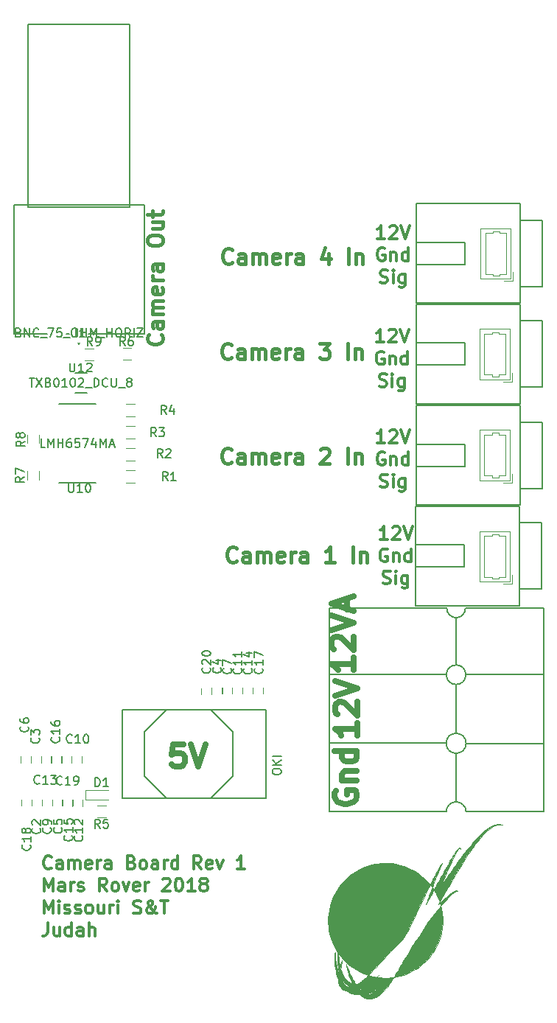
<source format=gbr>
G04 #@! TF.FileFunction,Legend,Top*
%FSLAX46Y46*%
G04 Gerber Fmt 4.6, Leading zero omitted, Abs format (unit mm)*
G04 Created by KiCad (PCBNEW 4.0.7) date 04/17/18 20:18:09*
%MOMM*%
%LPD*%
G01*
G04 APERTURE LIST*
%ADD10C,0.100000*%
%ADD11C,0.300000*%
%ADD12C,0.635000*%
%ADD13C,0.444500*%
%ADD14C,0.120000*%
%ADD15C,0.150000*%
%ADD16C,0.152400*%
%ADD17C,0.010000*%
G04 APERTURE END LIST*
D10*
D11*
X114307786Y-190207914D02*
X114236357Y-190279343D01*
X114022071Y-190350771D01*
X113879214Y-190350771D01*
X113664929Y-190279343D01*
X113522071Y-190136486D01*
X113450643Y-189993629D01*
X113379214Y-189707914D01*
X113379214Y-189493629D01*
X113450643Y-189207914D01*
X113522071Y-189065057D01*
X113664929Y-188922200D01*
X113879214Y-188850771D01*
X114022071Y-188850771D01*
X114236357Y-188922200D01*
X114307786Y-188993629D01*
X115593500Y-190350771D02*
X115593500Y-189565057D01*
X115522071Y-189422200D01*
X115379214Y-189350771D01*
X115093500Y-189350771D01*
X114950643Y-189422200D01*
X115593500Y-190279343D02*
X115450643Y-190350771D01*
X115093500Y-190350771D01*
X114950643Y-190279343D01*
X114879214Y-190136486D01*
X114879214Y-189993629D01*
X114950643Y-189850771D01*
X115093500Y-189779343D01*
X115450643Y-189779343D01*
X115593500Y-189707914D01*
X116307786Y-190350771D02*
X116307786Y-189350771D01*
X116307786Y-189493629D02*
X116379214Y-189422200D01*
X116522072Y-189350771D01*
X116736357Y-189350771D01*
X116879214Y-189422200D01*
X116950643Y-189565057D01*
X116950643Y-190350771D01*
X116950643Y-189565057D02*
X117022072Y-189422200D01*
X117164929Y-189350771D01*
X117379214Y-189350771D01*
X117522072Y-189422200D01*
X117593500Y-189565057D01*
X117593500Y-190350771D01*
X118879214Y-190279343D02*
X118736357Y-190350771D01*
X118450643Y-190350771D01*
X118307786Y-190279343D01*
X118236357Y-190136486D01*
X118236357Y-189565057D01*
X118307786Y-189422200D01*
X118450643Y-189350771D01*
X118736357Y-189350771D01*
X118879214Y-189422200D01*
X118950643Y-189565057D01*
X118950643Y-189707914D01*
X118236357Y-189850771D01*
X119593500Y-190350771D02*
X119593500Y-189350771D01*
X119593500Y-189636486D02*
X119664928Y-189493629D01*
X119736357Y-189422200D01*
X119879214Y-189350771D01*
X120022071Y-189350771D01*
X121164928Y-190350771D02*
X121164928Y-189565057D01*
X121093499Y-189422200D01*
X120950642Y-189350771D01*
X120664928Y-189350771D01*
X120522071Y-189422200D01*
X121164928Y-190279343D02*
X121022071Y-190350771D01*
X120664928Y-190350771D01*
X120522071Y-190279343D01*
X120450642Y-190136486D01*
X120450642Y-189993629D01*
X120522071Y-189850771D01*
X120664928Y-189779343D01*
X121022071Y-189779343D01*
X121164928Y-189707914D01*
X123522071Y-189565057D02*
X123736357Y-189636486D01*
X123807785Y-189707914D01*
X123879214Y-189850771D01*
X123879214Y-190065057D01*
X123807785Y-190207914D01*
X123736357Y-190279343D01*
X123593499Y-190350771D01*
X123022071Y-190350771D01*
X123022071Y-188850771D01*
X123522071Y-188850771D01*
X123664928Y-188922200D01*
X123736357Y-188993629D01*
X123807785Y-189136486D01*
X123807785Y-189279343D01*
X123736357Y-189422200D01*
X123664928Y-189493629D01*
X123522071Y-189565057D01*
X123022071Y-189565057D01*
X124736357Y-190350771D02*
X124593499Y-190279343D01*
X124522071Y-190207914D01*
X124450642Y-190065057D01*
X124450642Y-189636486D01*
X124522071Y-189493629D01*
X124593499Y-189422200D01*
X124736357Y-189350771D01*
X124950642Y-189350771D01*
X125093499Y-189422200D01*
X125164928Y-189493629D01*
X125236357Y-189636486D01*
X125236357Y-190065057D01*
X125164928Y-190207914D01*
X125093499Y-190279343D01*
X124950642Y-190350771D01*
X124736357Y-190350771D01*
X126522071Y-190350771D02*
X126522071Y-189565057D01*
X126450642Y-189422200D01*
X126307785Y-189350771D01*
X126022071Y-189350771D01*
X125879214Y-189422200D01*
X126522071Y-190279343D02*
X126379214Y-190350771D01*
X126022071Y-190350771D01*
X125879214Y-190279343D01*
X125807785Y-190136486D01*
X125807785Y-189993629D01*
X125879214Y-189850771D01*
X126022071Y-189779343D01*
X126379214Y-189779343D01*
X126522071Y-189707914D01*
X127236357Y-190350771D02*
X127236357Y-189350771D01*
X127236357Y-189636486D02*
X127307785Y-189493629D01*
X127379214Y-189422200D01*
X127522071Y-189350771D01*
X127664928Y-189350771D01*
X128807785Y-190350771D02*
X128807785Y-188850771D01*
X128807785Y-190279343D02*
X128664928Y-190350771D01*
X128379214Y-190350771D01*
X128236356Y-190279343D01*
X128164928Y-190207914D01*
X128093499Y-190065057D01*
X128093499Y-189636486D01*
X128164928Y-189493629D01*
X128236356Y-189422200D01*
X128379214Y-189350771D01*
X128664928Y-189350771D01*
X128807785Y-189422200D01*
X131522071Y-190350771D02*
X131022071Y-189636486D01*
X130664928Y-190350771D02*
X130664928Y-188850771D01*
X131236356Y-188850771D01*
X131379214Y-188922200D01*
X131450642Y-188993629D01*
X131522071Y-189136486D01*
X131522071Y-189350771D01*
X131450642Y-189493629D01*
X131379214Y-189565057D01*
X131236356Y-189636486D01*
X130664928Y-189636486D01*
X132736356Y-190279343D02*
X132593499Y-190350771D01*
X132307785Y-190350771D01*
X132164928Y-190279343D01*
X132093499Y-190136486D01*
X132093499Y-189565057D01*
X132164928Y-189422200D01*
X132307785Y-189350771D01*
X132593499Y-189350771D01*
X132736356Y-189422200D01*
X132807785Y-189565057D01*
X132807785Y-189707914D01*
X132093499Y-189850771D01*
X133307785Y-189350771D02*
X133664928Y-190350771D01*
X134022070Y-189350771D01*
X136522070Y-190350771D02*
X135664927Y-190350771D01*
X136093499Y-190350771D02*
X136093499Y-188850771D01*
X135950642Y-189065057D01*
X135807784Y-189207914D01*
X135664927Y-189279343D01*
X113450643Y-192900771D02*
X113450643Y-191400771D01*
X113950643Y-192472200D01*
X114450643Y-191400771D01*
X114450643Y-192900771D01*
X115807786Y-192900771D02*
X115807786Y-192115057D01*
X115736357Y-191972200D01*
X115593500Y-191900771D01*
X115307786Y-191900771D01*
X115164929Y-191972200D01*
X115807786Y-192829343D02*
X115664929Y-192900771D01*
X115307786Y-192900771D01*
X115164929Y-192829343D01*
X115093500Y-192686486D01*
X115093500Y-192543629D01*
X115164929Y-192400771D01*
X115307786Y-192329343D01*
X115664929Y-192329343D01*
X115807786Y-192257914D01*
X116522072Y-192900771D02*
X116522072Y-191900771D01*
X116522072Y-192186486D02*
X116593500Y-192043629D01*
X116664929Y-191972200D01*
X116807786Y-191900771D01*
X116950643Y-191900771D01*
X117379214Y-192829343D02*
X117522071Y-192900771D01*
X117807786Y-192900771D01*
X117950643Y-192829343D01*
X118022071Y-192686486D01*
X118022071Y-192615057D01*
X117950643Y-192472200D01*
X117807786Y-192400771D01*
X117593500Y-192400771D01*
X117450643Y-192329343D01*
X117379214Y-192186486D01*
X117379214Y-192115057D01*
X117450643Y-191972200D01*
X117593500Y-191900771D01*
X117807786Y-191900771D01*
X117950643Y-191972200D01*
X120664929Y-192900771D02*
X120164929Y-192186486D01*
X119807786Y-192900771D02*
X119807786Y-191400771D01*
X120379214Y-191400771D01*
X120522072Y-191472200D01*
X120593500Y-191543629D01*
X120664929Y-191686486D01*
X120664929Y-191900771D01*
X120593500Y-192043629D01*
X120522072Y-192115057D01*
X120379214Y-192186486D01*
X119807786Y-192186486D01*
X121522072Y-192900771D02*
X121379214Y-192829343D01*
X121307786Y-192757914D01*
X121236357Y-192615057D01*
X121236357Y-192186486D01*
X121307786Y-192043629D01*
X121379214Y-191972200D01*
X121522072Y-191900771D01*
X121736357Y-191900771D01*
X121879214Y-191972200D01*
X121950643Y-192043629D01*
X122022072Y-192186486D01*
X122022072Y-192615057D01*
X121950643Y-192757914D01*
X121879214Y-192829343D01*
X121736357Y-192900771D01*
X121522072Y-192900771D01*
X122522072Y-191900771D02*
X122879215Y-192900771D01*
X123236357Y-191900771D01*
X124379214Y-192829343D02*
X124236357Y-192900771D01*
X123950643Y-192900771D01*
X123807786Y-192829343D01*
X123736357Y-192686486D01*
X123736357Y-192115057D01*
X123807786Y-191972200D01*
X123950643Y-191900771D01*
X124236357Y-191900771D01*
X124379214Y-191972200D01*
X124450643Y-192115057D01*
X124450643Y-192257914D01*
X123736357Y-192400771D01*
X125093500Y-192900771D02*
X125093500Y-191900771D01*
X125093500Y-192186486D02*
X125164928Y-192043629D01*
X125236357Y-191972200D01*
X125379214Y-191900771D01*
X125522071Y-191900771D01*
X127093499Y-191543629D02*
X127164928Y-191472200D01*
X127307785Y-191400771D01*
X127664928Y-191400771D01*
X127807785Y-191472200D01*
X127879214Y-191543629D01*
X127950642Y-191686486D01*
X127950642Y-191829343D01*
X127879214Y-192043629D01*
X127022071Y-192900771D01*
X127950642Y-192900771D01*
X128879213Y-191400771D02*
X129022070Y-191400771D01*
X129164927Y-191472200D01*
X129236356Y-191543629D01*
X129307785Y-191686486D01*
X129379213Y-191972200D01*
X129379213Y-192329343D01*
X129307785Y-192615057D01*
X129236356Y-192757914D01*
X129164927Y-192829343D01*
X129022070Y-192900771D01*
X128879213Y-192900771D01*
X128736356Y-192829343D01*
X128664927Y-192757914D01*
X128593499Y-192615057D01*
X128522070Y-192329343D01*
X128522070Y-191972200D01*
X128593499Y-191686486D01*
X128664927Y-191543629D01*
X128736356Y-191472200D01*
X128879213Y-191400771D01*
X130807784Y-192900771D02*
X129950641Y-192900771D01*
X130379213Y-192900771D02*
X130379213Y-191400771D01*
X130236356Y-191615057D01*
X130093498Y-191757914D01*
X129950641Y-191829343D01*
X131664927Y-192043629D02*
X131522069Y-191972200D01*
X131450641Y-191900771D01*
X131379212Y-191757914D01*
X131379212Y-191686486D01*
X131450641Y-191543629D01*
X131522069Y-191472200D01*
X131664927Y-191400771D01*
X131950641Y-191400771D01*
X132093498Y-191472200D01*
X132164927Y-191543629D01*
X132236355Y-191686486D01*
X132236355Y-191757914D01*
X132164927Y-191900771D01*
X132093498Y-191972200D01*
X131950641Y-192043629D01*
X131664927Y-192043629D01*
X131522069Y-192115057D01*
X131450641Y-192186486D01*
X131379212Y-192329343D01*
X131379212Y-192615057D01*
X131450641Y-192757914D01*
X131522069Y-192829343D01*
X131664927Y-192900771D01*
X131950641Y-192900771D01*
X132093498Y-192829343D01*
X132164927Y-192757914D01*
X132236355Y-192615057D01*
X132236355Y-192329343D01*
X132164927Y-192186486D01*
X132093498Y-192115057D01*
X131950641Y-192043629D01*
X113450643Y-195450771D02*
X113450643Y-193950771D01*
X113950643Y-195022200D01*
X114450643Y-193950771D01*
X114450643Y-195450771D01*
X115164929Y-195450771D02*
X115164929Y-194450771D01*
X115164929Y-193950771D02*
X115093500Y-194022200D01*
X115164929Y-194093629D01*
X115236357Y-194022200D01*
X115164929Y-193950771D01*
X115164929Y-194093629D01*
X115807786Y-195379343D02*
X115950643Y-195450771D01*
X116236358Y-195450771D01*
X116379215Y-195379343D01*
X116450643Y-195236486D01*
X116450643Y-195165057D01*
X116379215Y-195022200D01*
X116236358Y-194950771D01*
X116022072Y-194950771D01*
X115879215Y-194879343D01*
X115807786Y-194736486D01*
X115807786Y-194665057D01*
X115879215Y-194522200D01*
X116022072Y-194450771D01*
X116236358Y-194450771D01*
X116379215Y-194522200D01*
X117022072Y-195379343D02*
X117164929Y-195450771D01*
X117450644Y-195450771D01*
X117593501Y-195379343D01*
X117664929Y-195236486D01*
X117664929Y-195165057D01*
X117593501Y-195022200D01*
X117450644Y-194950771D01*
X117236358Y-194950771D01*
X117093501Y-194879343D01*
X117022072Y-194736486D01*
X117022072Y-194665057D01*
X117093501Y-194522200D01*
X117236358Y-194450771D01*
X117450644Y-194450771D01*
X117593501Y-194522200D01*
X118522073Y-195450771D02*
X118379215Y-195379343D01*
X118307787Y-195307914D01*
X118236358Y-195165057D01*
X118236358Y-194736486D01*
X118307787Y-194593629D01*
X118379215Y-194522200D01*
X118522073Y-194450771D01*
X118736358Y-194450771D01*
X118879215Y-194522200D01*
X118950644Y-194593629D01*
X119022073Y-194736486D01*
X119022073Y-195165057D01*
X118950644Y-195307914D01*
X118879215Y-195379343D01*
X118736358Y-195450771D01*
X118522073Y-195450771D01*
X120307787Y-194450771D02*
X120307787Y-195450771D01*
X119664930Y-194450771D02*
X119664930Y-195236486D01*
X119736358Y-195379343D01*
X119879216Y-195450771D01*
X120093501Y-195450771D01*
X120236358Y-195379343D01*
X120307787Y-195307914D01*
X121022073Y-195450771D02*
X121022073Y-194450771D01*
X121022073Y-194736486D02*
X121093501Y-194593629D01*
X121164930Y-194522200D01*
X121307787Y-194450771D01*
X121450644Y-194450771D01*
X121950644Y-195450771D02*
X121950644Y-194450771D01*
X121950644Y-193950771D02*
X121879215Y-194022200D01*
X121950644Y-194093629D01*
X122022072Y-194022200D01*
X121950644Y-193950771D01*
X121950644Y-194093629D01*
X123736358Y-195379343D02*
X123950644Y-195450771D01*
X124307787Y-195450771D01*
X124450644Y-195379343D01*
X124522073Y-195307914D01*
X124593501Y-195165057D01*
X124593501Y-195022200D01*
X124522073Y-194879343D01*
X124450644Y-194807914D01*
X124307787Y-194736486D01*
X124022073Y-194665057D01*
X123879215Y-194593629D01*
X123807787Y-194522200D01*
X123736358Y-194379343D01*
X123736358Y-194236486D01*
X123807787Y-194093629D01*
X123879215Y-194022200D01*
X124022073Y-193950771D01*
X124379215Y-193950771D01*
X124593501Y-194022200D01*
X126450644Y-195450771D02*
X126379215Y-195450771D01*
X126236358Y-195379343D01*
X126022072Y-195165057D01*
X125664929Y-194736486D01*
X125522072Y-194522200D01*
X125450644Y-194307914D01*
X125450644Y-194165057D01*
X125522072Y-194022200D01*
X125664929Y-193950771D01*
X125736358Y-193950771D01*
X125879215Y-194022200D01*
X125950644Y-194165057D01*
X125950644Y-194236486D01*
X125879215Y-194379343D01*
X125807786Y-194450771D01*
X125379215Y-194736486D01*
X125307786Y-194807914D01*
X125236358Y-194950771D01*
X125236358Y-195165057D01*
X125307786Y-195307914D01*
X125379215Y-195379343D01*
X125522072Y-195450771D01*
X125736358Y-195450771D01*
X125879215Y-195379343D01*
X125950644Y-195307914D01*
X126164929Y-195022200D01*
X126236358Y-194807914D01*
X126236358Y-194665057D01*
X126879215Y-193950771D02*
X127736358Y-193950771D01*
X127307787Y-195450771D02*
X127307787Y-193950771D01*
X113879214Y-196500771D02*
X113879214Y-197572200D01*
X113807786Y-197786486D01*
X113664929Y-197929343D01*
X113450643Y-198000771D01*
X113307786Y-198000771D01*
X115236357Y-197000771D02*
X115236357Y-198000771D01*
X114593500Y-197000771D02*
X114593500Y-197786486D01*
X114664928Y-197929343D01*
X114807786Y-198000771D01*
X115022071Y-198000771D01*
X115164928Y-197929343D01*
X115236357Y-197857914D01*
X116593500Y-198000771D02*
X116593500Y-196500771D01*
X116593500Y-197929343D02*
X116450643Y-198000771D01*
X116164929Y-198000771D01*
X116022071Y-197929343D01*
X115950643Y-197857914D01*
X115879214Y-197715057D01*
X115879214Y-197286486D01*
X115950643Y-197143629D01*
X116022071Y-197072200D01*
X116164929Y-197000771D01*
X116450643Y-197000771D01*
X116593500Y-197072200D01*
X117950643Y-198000771D02*
X117950643Y-197215057D01*
X117879214Y-197072200D01*
X117736357Y-197000771D01*
X117450643Y-197000771D01*
X117307786Y-197072200D01*
X117950643Y-197929343D02*
X117807786Y-198000771D01*
X117450643Y-198000771D01*
X117307786Y-197929343D01*
X117236357Y-197786486D01*
X117236357Y-197643629D01*
X117307786Y-197500771D01*
X117450643Y-197429343D01*
X117807786Y-197429343D01*
X117950643Y-197357914D01*
X118664929Y-198000771D02*
X118664929Y-196500771D01*
X119307786Y-198000771D02*
X119307786Y-197215057D01*
X119236357Y-197072200D01*
X119093500Y-197000771D01*
X118879215Y-197000771D01*
X118736357Y-197072200D01*
X118664929Y-197143629D01*
D12*
X129487991Y-176040748D02*
X128278467Y-176040748D01*
X128157515Y-177250271D01*
X128278467Y-177129319D01*
X128520372Y-177008367D01*
X129125134Y-177008367D01*
X129367038Y-177129319D01*
X129487991Y-177250271D01*
X129608943Y-177492176D01*
X129608943Y-178096938D01*
X129487991Y-178338843D01*
X129367038Y-178459795D01*
X129125134Y-178580748D01*
X128520372Y-178580748D01*
X128278467Y-178459795D01*
X128157515Y-178338843D01*
X130334658Y-176040748D02*
X131181324Y-178580748D01*
X132027991Y-176040748D01*
D11*
X152614429Y-117927671D02*
X151757286Y-117927671D01*
X152185858Y-117927671D02*
X152185858Y-116427671D01*
X152043001Y-116641957D01*
X151900143Y-116784814D01*
X151757286Y-116856243D01*
X153185857Y-116570529D02*
X153257286Y-116499100D01*
X153400143Y-116427671D01*
X153757286Y-116427671D01*
X153900143Y-116499100D01*
X153971572Y-116570529D01*
X154043000Y-116713386D01*
X154043000Y-116856243D01*
X153971572Y-117070529D01*
X153114429Y-117927671D01*
X154043000Y-117927671D01*
X154471571Y-116427671D02*
X154971571Y-117927671D01*
X155471571Y-116427671D01*
X152578714Y-119049100D02*
X152435857Y-118977671D01*
X152221571Y-118977671D01*
X152007286Y-119049100D01*
X151864428Y-119191957D01*
X151793000Y-119334814D01*
X151721571Y-119620529D01*
X151721571Y-119834814D01*
X151793000Y-120120529D01*
X151864428Y-120263386D01*
X152007286Y-120406243D01*
X152221571Y-120477671D01*
X152364428Y-120477671D01*
X152578714Y-120406243D01*
X152650143Y-120334814D01*
X152650143Y-119834814D01*
X152364428Y-119834814D01*
X153293000Y-119477671D02*
X153293000Y-120477671D01*
X153293000Y-119620529D02*
X153364428Y-119549100D01*
X153507286Y-119477671D01*
X153721571Y-119477671D01*
X153864428Y-119549100D01*
X153935857Y-119691957D01*
X153935857Y-120477671D01*
X155293000Y-120477671D02*
X155293000Y-118977671D01*
X155293000Y-120406243D02*
X155150143Y-120477671D01*
X154864429Y-120477671D01*
X154721571Y-120406243D01*
X154650143Y-120334814D01*
X154578714Y-120191957D01*
X154578714Y-119763386D01*
X154650143Y-119620529D01*
X154721571Y-119549100D01*
X154864429Y-119477671D01*
X155150143Y-119477671D01*
X155293000Y-119549100D01*
X152078714Y-122956243D02*
X152293000Y-123027671D01*
X152650143Y-123027671D01*
X152793000Y-122956243D01*
X152864429Y-122884814D01*
X152935857Y-122741957D01*
X152935857Y-122599100D01*
X152864429Y-122456243D01*
X152793000Y-122384814D01*
X152650143Y-122313386D01*
X152364429Y-122241957D01*
X152221571Y-122170529D01*
X152150143Y-122099100D01*
X152078714Y-121956243D01*
X152078714Y-121813386D01*
X152150143Y-121670529D01*
X152221571Y-121599100D01*
X152364429Y-121527671D01*
X152721571Y-121527671D01*
X152935857Y-121599100D01*
X153578714Y-123027671D02*
X153578714Y-122027671D01*
X153578714Y-121527671D02*
X153507285Y-121599100D01*
X153578714Y-121670529D01*
X153650142Y-121599100D01*
X153578714Y-121527671D01*
X153578714Y-121670529D01*
X154935857Y-122027671D02*
X154935857Y-123241957D01*
X154864428Y-123384814D01*
X154793000Y-123456243D01*
X154650143Y-123527671D01*
X154435857Y-123527671D01*
X154293000Y-123456243D01*
X154935857Y-122956243D02*
X154793000Y-123027671D01*
X154507286Y-123027671D01*
X154364428Y-122956243D01*
X154293000Y-122884814D01*
X154221571Y-122741957D01*
X154221571Y-122313386D01*
X154293000Y-122170529D01*
X154364428Y-122099100D01*
X154507286Y-122027671D01*
X154793000Y-122027671D01*
X154935857Y-122099100D01*
X152512829Y-129827571D02*
X151655686Y-129827571D01*
X152084258Y-129827571D02*
X152084258Y-128327571D01*
X151941401Y-128541857D01*
X151798543Y-128684714D01*
X151655686Y-128756143D01*
X153084257Y-128470429D02*
X153155686Y-128399000D01*
X153298543Y-128327571D01*
X153655686Y-128327571D01*
X153798543Y-128399000D01*
X153869972Y-128470429D01*
X153941400Y-128613286D01*
X153941400Y-128756143D01*
X153869972Y-128970429D01*
X153012829Y-129827571D01*
X153941400Y-129827571D01*
X154369971Y-128327571D02*
X154869971Y-129827571D01*
X155369971Y-128327571D01*
X152477114Y-130949000D02*
X152334257Y-130877571D01*
X152119971Y-130877571D01*
X151905686Y-130949000D01*
X151762828Y-131091857D01*
X151691400Y-131234714D01*
X151619971Y-131520429D01*
X151619971Y-131734714D01*
X151691400Y-132020429D01*
X151762828Y-132163286D01*
X151905686Y-132306143D01*
X152119971Y-132377571D01*
X152262828Y-132377571D01*
X152477114Y-132306143D01*
X152548543Y-132234714D01*
X152548543Y-131734714D01*
X152262828Y-131734714D01*
X153191400Y-131377571D02*
X153191400Y-132377571D01*
X153191400Y-131520429D02*
X153262828Y-131449000D01*
X153405686Y-131377571D01*
X153619971Y-131377571D01*
X153762828Y-131449000D01*
X153834257Y-131591857D01*
X153834257Y-132377571D01*
X155191400Y-132377571D02*
X155191400Y-130877571D01*
X155191400Y-132306143D02*
X155048543Y-132377571D01*
X154762829Y-132377571D01*
X154619971Y-132306143D01*
X154548543Y-132234714D01*
X154477114Y-132091857D01*
X154477114Y-131663286D01*
X154548543Y-131520429D01*
X154619971Y-131449000D01*
X154762829Y-131377571D01*
X155048543Y-131377571D01*
X155191400Y-131449000D01*
X151977114Y-134856143D02*
X152191400Y-134927571D01*
X152548543Y-134927571D01*
X152691400Y-134856143D01*
X152762829Y-134784714D01*
X152834257Y-134641857D01*
X152834257Y-134499000D01*
X152762829Y-134356143D01*
X152691400Y-134284714D01*
X152548543Y-134213286D01*
X152262829Y-134141857D01*
X152119971Y-134070429D01*
X152048543Y-133999000D01*
X151977114Y-133856143D01*
X151977114Y-133713286D01*
X152048543Y-133570429D01*
X152119971Y-133499000D01*
X152262829Y-133427571D01*
X152619971Y-133427571D01*
X152834257Y-133499000D01*
X153477114Y-134927571D02*
X153477114Y-133927571D01*
X153477114Y-133427571D02*
X153405685Y-133499000D01*
X153477114Y-133570429D01*
X153548542Y-133499000D01*
X153477114Y-133427571D01*
X153477114Y-133570429D01*
X154834257Y-133927571D02*
X154834257Y-135141857D01*
X154762828Y-135284714D01*
X154691400Y-135356143D01*
X154548543Y-135427571D01*
X154334257Y-135427571D01*
X154191400Y-135356143D01*
X154834257Y-134856143D02*
X154691400Y-134927571D01*
X154405686Y-134927571D01*
X154262828Y-134856143D01*
X154191400Y-134784714D01*
X154119971Y-134641857D01*
X154119971Y-134213286D01*
X154191400Y-134070429D01*
X154262828Y-133999000D01*
X154405686Y-133927571D01*
X154691400Y-133927571D01*
X154834257Y-133999000D01*
X152614429Y-141397271D02*
X151757286Y-141397271D01*
X152185858Y-141397271D02*
X152185858Y-139897271D01*
X152043001Y-140111557D01*
X151900143Y-140254414D01*
X151757286Y-140325843D01*
X153185857Y-140040129D02*
X153257286Y-139968700D01*
X153400143Y-139897271D01*
X153757286Y-139897271D01*
X153900143Y-139968700D01*
X153971572Y-140040129D01*
X154043000Y-140182986D01*
X154043000Y-140325843D01*
X153971572Y-140540129D01*
X153114429Y-141397271D01*
X154043000Y-141397271D01*
X154471571Y-139897271D02*
X154971571Y-141397271D01*
X155471571Y-139897271D01*
X152578714Y-142518700D02*
X152435857Y-142447271D01*
X152221571Y-142447271D01*
X152007286Y-142518700D01*
X151864428Y-142661557D01*
X151793000Y-142804414D01*
X151721571Y-143090129D01*
X151721571Y-143304414D01*
X151793000Y-143590129D01*
X151864428Y-143732986D01*
X152007286Y-143875843D01*
X152221571Y-143947271D01*
X152364428Y-143947271D01*
X152578714Y-143875843D01*
X152650143Y-143804414D01*
X152650143Y-143304414D01*
X152364428Y-143304414D01*
X153293000Y-142947271D02*
X153293000Y-143947271D01*
X153293000Y-143090129D02*
X153364428Y-143018700D01*
X153507286Y-142947271D01*
X153721571Y-142947271D01*
X153864428Y-143018700D01*
X153935857Y-143161557D01*
X153935857Y-143947271D01*
X155293000Y-143947271D02*
X155293000Y-142447271D01*
X155293000Y-143875843D02*
X155150143Y-143947271D01*
X154864429Y-143947271D01*
X154721571Y-143875843D01*
X154650143Y-143804414D01*
X154578714Y-143661557D01*
X154578714Y-143232986D01*
X154650143Y-143090129D01*
X154721571Y-143018700D01*
X154864429Y-142947271D01*
X155150143Y-142947271D01*
X155293000Y-143018700D01*
X152078714Y-146425843D02*
X152293000Y-146497271D01*
X152650143Y-146497271D01*
X152793000Y-146425843D01*
X152864429Y-146354414D01*
X152935857Y-146211557D01*
X152935857Y-146068700D01*
X152864429Y-145925843D01*
X152793000Y-145854414D01*
X152650143Y-145782986D01*
X152364429Y-145711557D01*
X152221571Y-145640129D01*
X152150143Y-145568700D01*
X152078714Y-145425843D01*
X152078714Y-145282986D01*
X152150143Y-145140129D01*
X152221571Y-145068700D01*
X152364429Y-144997271D01*
X152721571Y-144997271D01*
X152935857Y-145068700D01*
X153578714Y-146497271D02*
X153578714Y-145497271D01*
X153578714Y-144997271D02*
X153507285Y-145068700D01*
X153578714Y-145140129D01*
X153650142Y-145068700D01*
X153578714Y-144997271D01*
X153578714Y-145140129D01*
X154935857Y-145497271D02*
X154935857Y-146711557D01*
X154864428Y-146854414D01*
X154793000Y-146925843D01*
X154650143Y-146997271D01*
X154435857Y-146997271D01*
X154293000Y-146925843D01*
X154935857Y-146425843D02*
X154793000Y-146497271D01*
X154507286Y-146497271D01*
X154364428Y-146425843D01*
X154293000Y-146354414D01*
X154221571Y-146211557D01*
X154221571Y-145782986D01*
X154293000Y-145640129D01*
X154364428Y-145568700D01*
X154507286Y-145497271D01*
X154793000Y-145497271D01*
X154935857Y-145568700D01*
X152931929Y-152497071D02*
X152074786Y-152497071D01*
X152503358Y-152497071D02*
X152503358Y-150997071D01*
X152360501Y-151211357D01*
X152217643Y-151354214D01*
X152074786Y-151425643D01*
X153503357Y-151139929D02*
X153574786Y-151068500D01*
X153717643Y-150997071D01*
X154074786Y-150997071D01*
X154217643Y-151068500D01*
X154289072Y-151139929D01*
X154360500Y-151282786D01*
X154360500Y-151425643D01*
X154289072Y-151639929D01*
X153431929Y-152497071D01*
X154360500Y-152497071D01*
X154789071Y-150997071D02*
X155289071Y-152497071D01*
X155789071Y-150997071D01*
X152896214Y-153618500D02*
X152753357Y-153547071D01*
X152539071Y-153547071D01*
X152324786Y-153618500D01*
X152181928Y-153761357D01*
X152110500Y-153904214D01*
X152039071Y-154189929D01*
X152039071Y-154404214D01*
X152110500Y-154689929D01*
X152181928Y-154832786D01*
X152324786Y-154975643D01*
X152539071Y-155047071D01*
X152681928Y-155047071D01*
X152896214Y-154975643D01*
X152967643Y-154904214D01*
X152967643Y-154404214D01*
X152681928Y-154404214D01*
X153610500Y-154047071D02*
X153610500Y-155047071D01*
X153610500Y-154189929D02*
X153681928Y-154118500D01*
X153824786Y-154047071D01*
X154039071Y-154047071D01*
X154181928Y-154118500D01*
X154253357Y-154261357D01*
X154253357Y-155047071D01*
X155610500Y-155047071D02*
X155610500Y-153547071D01*
X155610500Y-154975643D02*
X155467643Y-155047071D01*
X155181929Y-155047071D01*
X155039071Y-154975643D01*
X154967643Y-154904214D01*
X154896214Y-154761357D01*
X154896214Y-154332786D01*
X154967643Y-154189929D01*
X155039071Y-154118500D01*
X155181929Y-154047071D01*
X155467643Y-154047071D01*
X155610500Y-154118500D01*
X152396214Y-157525643D02*
X152610500Y-157597071D01*
X152967643Y-157597071D01*
X153110500Y-157525643D01*
X153181929Y-157454214D01*
X153253357Y-157311357D01*
X153253357Y-157168500D01*
X153181929Y-157025643D01*
X153110500Y-156954214D01*
X152967643Y-156882786D01*
X152681929Y-156811357D01*
X152539071Y-156739929D01*
X152467643Y-156668500D01*
X152396214Y-156525643D01*
X152396214Y-156382786D01*
X152467643Y-156239929D01*
X152539071Y-156168500D01*
X152681929Y-156097071D01*
X153039071Y-156097071D01*
X153253357Y-156168500D01*
X153896214Y-157597071D02*
X153896214Y-156597071D01*
X153896214Y-156097071D02*
X153824785Y-156168500D01*
X153896214Y-156239929D01*
X153967642Y-156168500D01*
X153896214Y-156097071D01*
X153896214Y-156239929D01*
X155253357Y-156597071D02*
X155253357Y-157811357D01*
X155181928Y-157954214D01*
X155110500Y-158025643D01*
X154967643Y-158097071D01*
X154753357Y-158097071D01*
X154610500Y-158025643D01*
X155253357Y-157525643D02*
X155110500Y-157597071D01*
X154824786Y-157597071D01*
X154681928Y-157525643D01*
X154610500Y-157454214D01*
X154539071Y-157311357D01*
X154539071Y-156882786D01*
X154610500Y-156739929D01*
X154681928Y-156668500D01*
X154824786Y-156597071D01*
X155110500Y-156597071D01*
X155253357Y-156668500D01*
D12*
X146964400Y-181401357D02*
X146843448Y-181643262D01*
X146843448Y-182006119D01*
X146964400Y-182368976D01*
X147206305Y-182610881D01*
X147448210Y-182731833D01*
X147932019Y-182852785D01*
X148294876Y-182852785D01*
X148778686Y-182731833D01*
X149020590Y-182610881D01*
X149262495Y-182368976D01*
X149383448Y-182006119D01*
X149383448Y-181764214D01*
X149262495Y-181401357D01*
X149141543Y-181280405D01*
X148294876Y-181280405D01*
X148294876Y-181764214D01*
X147690114Y-180191833D02*
X149383448Y-180191833D01*
X147932019Y-180191833D02*
X147811067Y-180070881D01*
X147690114Y-179828976D01*
X147690114Y-179466119D01*
X147811067Y-179224214D01*
X148052971Y-179103262D01*
X149383448Y-179103262D01*
X149383448Y-176805167D02*
X146843448Y-176805167D01*
X149262495Y-176805167D02*
X149383448Y-177047071D01*
X149383448Y-177530881D01*
X149262495Y-177772786D01*
X149141543Y-177893738D01*
X148899638Y-178014690D01*
X148173924Y-178014690D01*
X147932019Y-177893738D01*
X147811067Y-177772786D01*
X147690114Y-177530881D01*
X147690114Y-177047071D01*
X147811067Y-176805167D01*
X149027848Y-166059153D02*
X149027848Y-167510581D01*
X149027848Y-166784867D02*
X146487848Y-166784867D01*
X146850705Y-167026772D01*
X147092610Y-167268677D01*
X147213562Y-167510581D01*
X146729752Y-165091533D02*
X146608800Y-164970581D01*
X146487848Y-164728676D01*
X146487848Y-164123914D01*
X146608800Y-163882010D01*
X146729752Y-163761057D01*
X146971657Y-163640105D01*
X147213562Y-163640105D01*
X147576419Y-163761057D01*
X149027848Y-165212486D01*
X149027848Y-163640105D01*
X146487848Y-162914390D02*
X149027848Y-162067724D01*
X146487848Y-161221057D01*
X148302133Y-160495342D02*
X148302133Y-159285819D01*
X149027848Y-160737247D02*
X146487848Y-159890581D01*
X149027848Y-159043914D01*
X149434248Y-173543081D02*
X149434248Y-174994509D01*
X149434248Y-174268795D02*
X146894248Y-174268795D01*
X147257105Y-174510700D01*
X147499010Y-174752605D01*
X147619962Y-174994509D01*
X147136152Y-172575461D02*
X147015200Y-172454509D01*
X146894248Y-172212604D01*
X146894248Y-171607842D01*
X147015200Y-171365938D01*
X147136152Y-171244985D01*
X147378057Y-171124033D01*
X147619962Y-171124033D01*
X147982819Y-171244985D01*
X149434248Y-172696414D01*
X149434248Y-171124033D01*
X146894248Y-170398318D02*
X149434248Y-169551652D01*
X146894248Y-168704985D01*
D13*
X135089899Y-120650000D02*
X135005233Y-120734667D01*
X134751233Y-120819333D01*
X134581899Y-120819333D01*
X134327899Y-120734667D01*
X134158566Y-120565333D01*
X134073899Y-120396000D01*
X133989233Y-120057333D01*
X133989233Y-119803333D01*
X134073899Y-119464667D01*
X134158566Y-119295333D01*
X134327899Y-119126000D01*
X134581899Y-119041333D01*
X134751233Y-119041333D01*
X135005233Y-119126000D01*
X135089899Y-119210667D01*
X136613899Y-120819333D02*
X136613899Y-119888000D01*
X136529233Y-119718667D01*
X136359899Y-119634000D01*
X136021233Y-119634000D01*
X135851899Y-119718667D01*
X136613899Y-120734667D02*
X136444566Y-120819333D01*
X136021233Y-120819333D01*
X135851899Y-120734667D01*
X135767233Y-120565333D01*
X135767233Y-120396000D01*
X135851899Y-120226667D01*
X136021233Y-120142000D01*
X136444566Y-120142000D01*
X136613899Y-120057333D01*
X137460566Y-120819333D02*
X137460566Y-119634000D01*
X137460566Y-119803333D02*
X137545233Y-119718667D01*
X137714566Y-119634000D01*
X137968566Y-119634000D01*
X138137900Y-119718667D01*
X138222566Y-119888000D01*
X138222566Y-120819333D01*
X138222566Y-119888000D02*
X138307233Y-119718667D01*
X138476566Y-119634000D01*
X138730566Y-119634000D01*
X138899900Y-119718667D01*
X138984566Y-119888000D01*
X138984566Y-120819333D01*
X140508567Y-120734667D02*
X140339233Y-120819333D01*
X140000567Y-120819333D01*
X139831233Y-120734667D01*
X139746567Y-120565333D01*
X139746567Y-119888000D01*
X139831233Y-119718667D01*
X140000567Y-119634000D01*
X140339233Y-119634000D01*
X140508567Y-119718667D01*
X140593233Y-119888000D01*
X140593233Y-120057333D01*
X139746567Y-120226667D01*
X141355233Y-120819333D02*
X141355233Y-119634000D01*
X141355233Y-119972667D02*
X141439900Y-119803333D01*
X141524567Y-119718667D01*
X141693900Y-119634000D01*
X141863233Y-119634000D01*
X143217900Y-120819333D02*
X143217900Y-119888000D01*
X143133234Y-119718667D01*
X142963900Y-119634000D01*
X142625234Y-119634000D01*
X142455900Y-119718667D01*
X143217900Y-120734667D02*
X143048567Y-120819333D01*
X142625234Y-120819333D01*
X142455900Y-120734667D01*
X142371234Y-120565333D01*
X142371234Y-120396000D01*
X142455900Y-120226667D01*
X142625234Y-120142000D01*
X143048567Y-120142000D01*
X143217900Y-120057333D01*
X146181234Y-119634000D02*
X146181234Y-120819333D01*
X145757901Y-118956667D02*
X145334568Y-120226667D01*
X146435234Y-120226667D01*
X148467234Y-120819333D02*
X148467234Y-119041333D01*
X149313901Y-119634000D02*
X149313901Y-120819333D01*
X149313901Y-119803333D02*
X149398568Y-119718667D01*
X149567901Y-119634000D01*
X149821901Y-119634000D01*
X149991235Y-119718667D01*
X150075901Y-119888000D01*
X150075901Y-120819333D01*
X134988299Y-131572000D02*
X134903633Y-131656667D01*
X134649633Y-131741333D01*
X134480299Y-131741333D01*
X134226299Y-131656667D01*
X134056966Y-131487333D01*
X133972299Y-131318000D01*
X133887633Y-130979333D01*
X133887633Y-130725333D01*
X133972299Y-130386667D01*
X134056966Y-130217333D01*
X134226299Y-130048000D01*
X134480299Y-129963333D01*
X134649633Y-129963333D01*
X134903633Y-130048000D01*
X134988299Y-130132667D01*
X136512299Y-131741333D02*
X136512299Y-130810000D01*
X136427633Y-130640667D01*
X136258299Y-130556000D01*
X135919633Y-130556000D01*
X135750299Y-130640667D01*
X136512299Y-131656667D02*
X136342966Y-131741333D01*
X135919633Y-131741333D01*
X135750299Y-131656667D01*
X135665633Y-131487333D01*
X135665633Y-131318000D01*
X135750299Y-131148667D01*
X135919633Y-131064000D01*
X136342966Y-131064000D01*
X136512299Y-130979333D01*
X137358966Y-131741333D02*
X137358966Y-130556000D01*
X137358966Y-130725333D02*
X137443633Y-130640667D01*
X137612966Y-130556000D01*
X137866966Y-130556000D01*
X138036300Y-130640667D01*
X138120966Y-130810000D01*
X138120966Y-131741333D01*
X138120966Y-130810000D02*
X138205633Y-130640667D01*
X138374966Y-130556000D01*
X138628966Y-130556000D01*
X138798300Y-130640667D01*
X138882966Y-130810000D01*
X138882966Y-131741333D01*
X140406967Y-131656667D02*
X140237633Y-131741333D01*
X139898967Y-131741333D01*
X139729633Y-131656667D01*
X139644967Y-131487333D01*
X139644967Y-130810000D01*
X139729633Y-130640667D01*
X139898967Y-130556000D01*
X140237633Y-130556000D01*
X140406967Y-130640667D01*
X140491633Y-130810000D01*
X140491633Y-130979333D01*
X139644967Y-131148667D01*
X141253633Y-131741333D02*
X141253633Y-130556000D01*
X141253633Y-130894667D02*
X141338300Y-130725333D01*
X141422967Y-130640667D01*
X141592300Y-130556000D01*
X141761633Y-130556000D01*
X143116300Y-131741333D02*
X143116300Y-130810000D01*
X143031634Y-130640667D01*
X142862300Y-130556000D01*
X142523634Y-130556000D01*
X142354300Y-130640667D01*
X143116300Y-131656667D02*
X142946967Y-131741333D01*
X142523634Y-131741333D01*
X142354300Y-131656667D01*
X142269634Y-131487333D01*
X142269634Y-131318000D01*
X142354300Y-131148667D01*
X142523634Y-131064000D01*
X142946967Y-131064000D01*
X143116300Y-130979333D01*
X145148301Y-129963333D02*
X146248968Y-129963333D01*
X145656301Y-130640667D01*
X145910301Y-130640667D01*
X146079634Y-130725333D01*
X146164301Y-130810000D01*
X146248968Y-130979333D01*
X146248968Y-131402667D01*
X146164301Y-131572000D01*
X146079634Y-131656667D01*
X145910301Y-131741333D01*
X145402301Y-131741333D01*
X145232968Y-131656667D01*
X145148301Y-131572000D01*
X148365634Y-131741333D02*
X148365634Y-129963333D01*
X149212301Y-130556000D02*
X149212301Y-131741333D01*
X149212301Y-130725333D02*
X149296968Y-130640667D01*
X149466301Y-130556000D01*
X149720301Y-130556000D01*
X149889635Y-130640667D01*
X149974301Y-130810000D01*
X149974301Y-131741333D01*
X134988299Y-143586200D02*
X134903633Y-143670867D01*
X134649633Y-143755533D01*
X134480299Y-143755533D01*
X134226299Y-143670867D01*
X134056966Y-143501533D01*
X133972299Y-143332200D01*
X133887633Y-142993533D01*
X133887633Y-142739533D01*
X133972299Y-142400867D01*
X134056966Y-142231533D01*
X134226299Y-142062200D01*
X134480299Y-141977533D01*
X134649633Y-141977533D01*
X134903633Y-142062200D01*
X134988299Y-142146867D01*
X136512299Y-143755533D02*
X136512299Y-142824200D01*
X136427633Y-142654867D01*
X136258299Y-142570200D01*
X135919633Y-142570200D01*
X135750299Y-142654867D01*
X136512299Y-143670867D02*
X136342966Y-143755533D01*
X135919633Y-143755533D01*
X135750299Y-143670867D01*
X135665633Y-143501533D01*
X135665633Y-143332200D01*
X135750299Y-143162867D01*
X135919633Y-143078200D01*
X136342966Y-143078200D01*
X136512299Y-142993533D01*
X137358966Y-143755533D02*
X137358966Y-142570200D01*
X137358966Y-142739533D02*
X137443633Y-142654867D01*
X137612966Y-142570200D01*
X137866966Y-142570200D01*
X138036300Y-142654867D01*
X138120966Y-142824200D01*
X138120966Y-143755533D01*
X138120966Y-142824200D02*
X138205633Y-142654867D01*
X138374966Y-142570200D01*
X138628966Y-142570200D01*
X138798300Y-142654867D01*
X138882966Y-142824200D01*
X138882966Y-143755533D01*
X140406967Y-143670867D02*
X140237633Y-143755533D01*
X139898967Y-143755533D01*
X139729633Y-143670867D01*
X139644967Y-143501533D01*
X139644967Y-142824200D01*
X139729633Y-142654867D01*
X139898967Y-142570200D01*
X140237633Y-142570200D01*
X140406967Y-142654867D01*
X140491633Y-142824200D01*
X140491633Y-142993533D01*
X139644967Y-143162867D01*
X141253633Y-143755533D02*
X141253633Y-142570200D01*
X141253633Y-142908867D02*
X141338300Y-142739533D01*
X141422967Y-142654867D01*
X141592300Y-142570200D01*
X141761633Y-142570200D01*
X143116300Y-143755533D02*
X143116300Y-142824200D01*
X143031634Y-142654867D01*
X142862300Y-142570200D01*
X142523634Y-142570200D01*
X142354300Y-142654867D01*
X143116300Y-143670867D02*
X142946967Y-143755533D01*
X142523634Y-143755533D01*
X142354300Y-143670867D01*
X142269634Y-143501533D01*
X142269634Y-143332200D01*
X142354300Y-143162867D01*
X142523634Y-143078200D01*
X142946967Y-143078200D01*
X143116300Y-142993533D01*
X145232968Y-142146867D02*
X145317634Y-142062200D01*
X145486968Y-141977533D01*
X145910301Y-141977533D01*
X146079634Y-142062200D01*
X146164301Y-142146867D01*
X146248968Y-142316200D01*
X146248968Y-142485533D01*
X146164301Y-142739533D01*
X145148301Y-143755533D01*
X146248968Y-143755533D01*
X148365634Y-143755533D02*
X148365634Y-141977533D01*
X149212301Y-142570200D02*
X149212301Y-143755533D01*
X149212301Y-142739533D02*
X149296968Y-142654867D01*
X149466301Y-142570200D01*
X149720301Y-142570200D01*
X149889635Y-142654867D01*
X149974301Y-142824200D01*
X149974301Y-143755533D01*
X135572499Y-154901900D02*
X135487833Y-154986567D01*
X135233833Y-155071233D01*
X135064499Y-155071233D01*
X134810499Y-154986567D01*
X134641166Y-154817233D01*
X134556499Y-154647900D01*
X134471833Y-154309233D01*
X134471833Y-154055233D01*
X134556499Y-153716567D01*
X134641166Y-153547233D01*
X134810499Y-153377900D01*
X135064499Y-153293233D01*
X135233833Y-153293233D01*
X135487833Y-153377900D01*
X135572499Y-153462567D01*
X137096499Y-155071233D02*
X137096499Y-154139900D01*
X137011833Y-153970567D01*
X136842499Y-153885900D01*
X136503833Y-153885900D01*
X136334499Y-153970567D01*
X137096499Y-154986567D02*
X136927166Y-155071233D01*
X136503833Y-155071233D01*
X136334499Y-154986567D01*
X136249833Y-154817233D01*
X136249833Y-154647900D01*
X136334499Y-154478567D01*
X136503833Y-154393900D01*
X136927166Y-154393900D01*
X137096499Y-154309233D01*
X137943166Y-155071233D02*
X137943166Y-153885900D01*
X137943166Y-154055233D02*
X138027833Y-153970567D01*
X138197166Y-153885900D01*
X138451166Y-153885900D01*
X138620500Y-153970567D01*
X138705166Y-154139900D01*
X138705166Y-155071233D01*
X138705166Y-154139900D02*
X138789833Y-153970567D01*
X138959166Y-153885900D01*
X139213166Y-153885900D01*
X139382500Y-153970567D01*
X139467166Y-154139900D01*
X139467166Y-155071233D01*
X140991167Y-154986567D02*
X140821833Y-155071233D01*
X140483167Y-155071233D01*
X140313833Y-154986567D01*
X140229167Y-154817233D01*
X140229167Y-154139900D01*
X140313833Y-153970567D01*
X140483167Y-153885900D01*
X140821833Y-153885900D01*
X140991167Y-153970567D01*
X141075833Y-154139900D01*
X141075833Y-154309233D01*
X140229167Y-154478567D01*
X141837833Y-155071233D02*
X141837833Y-153885900D01*
X141837833Y-154224567D02*
X141922500Y-154055233D01*
X142007167Y-153970567D01*
X142176500Y-153885900D01*
X142345833Y-153885900D01*
X143700500Y-155071233D02*
X143700500Y-154139900D01*
X143615834Y-153970567D01*
X143446500Y-153885900D01*
X143107834Y-153885900D01*
X142938500Y-153970567D01*
X143700500Y-154986567D02*
X143531167Y-155071233D01*
X143107834Y-155071233D01*
X142938500Y-154986567D01*
X142853834Y-154817233D01*
X142853834Y-154647900D01*
X142938500Y-154478567D01*
X143107834Y-154393900D01*
X143531167Y-154393900D01*
X143700500Y-154309233D01*
X146833168Y-155071233D02*
X145817168Y-155071233D01*
X146325168Y-155071233D02*
X146325168Y-153293233D01*
X146155834Y-153547233D01*
X145986501Y-153716567D01*
X145817168Y-153801233D01*
X148949834Y-155071233D02*
X148949834Y-153293233D01*
X149796501Y-153885900D02*
X149796501Y-155071233D01*
X149796501Y-154055233D02*
X149881168Y-153970567D01*
X150050501Y-153885900D01*
X150304501Y-153885900D01*
X150473835Y-153970567D01*
X150558501Y-154139900D01*
X150558501Y-155071233D01*
X126949200Y-128968501D02*
X127033867Y-129053167D01*
X127118533Y-129307167D01*
X127118533Y-129476501D01*
X127033867Y-129730501D01*
X126864533Y-129899834D01*
X126695200Y-129984501D01*
X126356533Y-130069167D01*
X126102533Y-130069167D01*
X125763867Y-129984501D01*
X125594533Y-129899834D01*
X125425200Y-129730501D01*
X125340533Y-129476501D01*
X125340533Y-129307167D01*
X125425200Y-129053167D01*
X125509867Y-128968501D01*
X127118533Y-127444501D02*
X126187200Y-127444501D01*
X126017867Y-127529167D01*
X125933200Y-127698501D01*
X125933200Y-128037167D01*
X126017867Y-128206501D01*
X127033867Y-127444501D02*
X127118533Y-127613834D01*
X127118533Y-128037167D01*
X127033867Y-128206501D01*
X126864533Y-128291167D01*
X126695200Y-128291167D01*
X126525867Y-128206501D01*
X126441200Y-128037167D01*
X126441200Y-127613834D01*
X126356533Y-127444501D01*
X127118533Y-126597834D02*
X125933200Y-126597834D01*
X126102533Y-126597834D02*
X126017867Y-126513167D01*
X125933200Y-126343834D01*
X125933200Y-126089834D01*
X126017867Y-125920500D01*
X126187200Y-125835834D01*
X127118533Y-125835834D01*
X126187200Y-125835834D02*
X126017867Y-125751167D01*
X125933200Y-125581834D01*
X125933200Y-125327834D01*
X126017867Y-125158500D01*
X126187200Y-125073834D01*
X127118533Y-125073834D01*
X127033867Y-123549833D02*
X127118533Y-123719167D01*
X127118533Y-124057833D01*
X127033867Y-124227167D01*
X126864533Y-124311833D01*
X126187200Y-124311833D01*
X126017867Y-124227167D01*
X125933200Y-124057833D01*
X125933200Y-123719167D01*
X126017867Y-123549833D01*
X126187200Y-123465167D01*
X126356533Y-123465167D01*
X126525867Y-124311833D01*
X127118533Y-122703167D02*
X125933200Y-122703167D01*
X126271867Y-122703167D02*
X126102533Y-122618500D01*
X126017867Y-122533833D01*
X125933200Y-122364500D01*
X125933200Y-122195167D01*
X127118533Y-120840500D02*
X126187200Y-120840500D01*
X126017867Y-120925166D01*
X125933200Y-121094500D01*
X125933200Y-121433166D01*
X126017867Y-121602500D01*
X127033867Y-120840500D02*
X127118533Y-121009833D01*
X127118533Y-121433166D01*
X127033867Y-121602500D01*
X126864533Y-121687166D01*
X126695200Y-121687166D01*
X126525867Y-121602500D01*
X126441200Y-121433166D01*
X126441200Y-121009833D01*
X126356533Y-120840500D01*
X125340533Y-118300499D02*
X125340533Y-117961832D01*
X125425200Y-117792499D01*
X125594533Y-117623166D01*
X125933200Y-117538499D01*
X126525867Y-117538499D01*
X126864533Y-117623166D01*
X127033867Y-117792499D01*
X127118533Y-117961832D01*
X127118533Y-118300499D01*
X127033867Y-118469832D01*
X126864533Y-118639166D01*
X126525867Y-118723832D01*
X125933200Y-118723832D01*
X125594533Y-118639166D01*
X125425200Y-118469832D01*
X125340533Y-118300499D01*
X125933200Y-116014499D02*
X127118533Y-116014499D01*
X125933200Y-116776499D02*
X126864533Y-116776499D01*
X127033867Y-116691832D01*
X127118533Y-116522499D01*
X127118533Y-116268499D01*
X127033867Y-116099165D01*
X126949200Y-116014499D01*
X125933200Y-115421832D02*
X125933200Y-114744498D01*
X125340533Y-115167832D02*
X126864533Y-115167832D01*
X127033867Y-115083165D01*
X127118533Y-114913832D01*
X127118533Y-114744498D01*
D14*
X163596360Y-122518440D02*
X167096360Y-122518440D01*
X167096360Y-122518440D02*
X167096360Y-116718440D01*
X167096360Y-116718440D02*
X163596360Y-116718440D01*
X163596360Y-116718440D02*
X163596360Y-122518440D01*
X166546360Y-119618440D02*
X166546360Y-121968440D01*
X166546360Y-121968440D02*
X165821360Y-121968440D01*
X165821360Y-121968440D02*
X165821360Y-122168440D01*
X165821360Y-122168440D02*
X165021360Y-122168440D01*
X165021360Y-122168440D02*
X165021360Y-121968440D01*
X165021360Y-121968440D02*
X164146360Y-121968440D01*
X164146360Y-121968440D02*
X164146360Y-119618440D01*
X166546360Y-119618440D02*
X166546360Y-117268440D01*
X166546360Y-117268440D02*
X165821360Y-117268440D01*
X165821360Y-117268440D02*
X165821360Y-117068440D01*
X165821360Y-117068440D02*
X165021360Y-117068440D01*
X165021360Y-117068440D02*
X165021360Y-117268440D01*
X165021360Y-117268440D02*
X164146360Y-117268440D01*
X164146360Y-117268440D02*
X164146360Y-119618440D01*
X167346360Y-122768440D02*
X166346360Y-122768440D01*
X167346360Y-122768440D02*
X167346360Y-121768440D01*
X163510000Y-134111000D02*
X167010000Y-134111000D01*
X167010000Y-134111000D02*
X167010000Y-128311000D01*
X167010000Y-128311000D02*
X163510000Y-128311000D01*
X163510000Y-128311000D02*
X163510000Y-134111000D01*
X166460000Y-131211000D02*
X166460000Y-133561000D01*
X166460000Y-133561000D02*
X165735000Y-133561000D01*
X165735000Y-133561000D02*
X165735000Y-133761000D01*
X165735000Y-133761000D02*
X164935000Y-133761000D01*
X164935000Y-133761000D02*
X164935000Y-133561000D01*
X164935000Y-133561000D02*
X164060000Y-133561000D01*
X164060000Y-133561000D02*
X164060000Y-131211000D01*
X166460000Y-131211000D02*
X166460000Y-128861000D01*
X166460000Y-128861000D02*
X165735000Y-128861000D01*
X165735000Y-128861000D02*
X165735000Y-128661000D01*
X165735000Y-128661000D02*
X164935000Y-128661000D01*
X164935000Y-128661000D02*
X164935000Y-128861000D01*
X164935000Y-128861000D02*
X164060000Y-128861000D01*
X164060000Y-128861000D02*
X164060000Y-131211000D01*
X167260000Y-134361000D02*
X166260000Y-134361000D01*
X167260000Y-134361000D02*
X167260000Y-133361000D01*
X163484600Y-145698800D02*
X166984600Y-145698800D01*
X166984600Y-145698800D02*
X166984600Y-139898800D01*
X166984600Y-139898800D02*
X163484600Y-139898800D01*
X163484600Y-139898800D02*
X163484600Y-145698800D01*
X166434600Y-142798800D02*
X166434600Y-145148800D01*
X166434600Y-145148800D02*
X165709600Y-145148800D01*
X165709600Y-145148800D02*
X165709600Y-145348800D01*
X165709600Y-145348800D02*
X164909600Y-145348800D01*
X164909600Y-145348800D02*
X164909600Y-145148800D01*
X164909600Y-145148800D02*
X164034600Y-145148800D01*
X164034600Y-145148800D02*
X164034600Y-142798800D01*
X166434600Y-142798800D02*
X166434600Y-140448800D01*
X166434600Y-140448800D02*
X165709600Y-140448800D01*
X165709600Y-140448800D02*
X165709600Y-140248800D01*
X165709600Y-140248800D02*
X164909600Y-140248800D01*
X164909600Y-140248800D02*
X164909600Y-140448800D01*
X164909600Y-140448800D02*
X164034600Y-140448800D01*
X164034600Y-140448800D02*
X164034600Y-142798800D01*
X167234600Y-145948800D02*
X166234600Y-145948800D01*
X167234600Y-145948800D02*
X167234600Y-144948800D01*
X163484600Y-157332000D02*
X166984600Y-157332000D01*
X166984600Y-157332000D02*
X166984600Y-151532000D01*
X166984600Y-151532000D02*
X163484600Y-151532000D01*
X163484600Y-151532000D02*
X163484600Y-157332000D01*
X166434600Y-154432000D02*
X166434600Y-156782000D01*
X166434600Y-156782000D02*
X165709600Y-156782000D01*
X165709600Y-156782000D02*
X165709600Y-156982000D01*
X165709600Y-156982000D02*
X164909600Y-156982000D01*
X164909600Y-156982000D02*
X164909600Y-156782000D01*
X164909600Y-156782000D02*
X164034600Y-156782000D01*
X164034600Y-156782000D02*
X164034600Y-154432000D01*
X166434600Y-154432000D02*
X166434600Y-152082000D01*
X166434600Y-152082000D02*
X165709600Y-152082000D01*
X165709600Y-152082000D02*
X165709600Y-151882000D01*
X165709600Y-151882000D02*
X164909600Y-151882000D01*
X164909600Y-151882000D02*
X164909600Y-152082000D01*
X164909600Y-152082000D02*
X164034600Y-152082000D01*
X164034600Y-152082000D02*
X164034600Y-154432000D01*
X167234600Y-157582000D02*
X166234600Y-157582000D01*
X167234600Y-157582000D02*
X167234600Y-156582000D01*
D15*
X161798000Y-118364000D02*
X161798000Y-120904000D01*
X156210000Y-113919000D02*
X156210000Y-125349000D01*
X168148000Y-113919000D02*
X168148000Y-123444000D01*
X170688000Y-115824000D02*
X170688000Y-123444000D01*
X156210000Y-118364000D02*
X161798000Y-118364000D01*
X168148000Y-113919000D02*
X156210000Y-113919000D01*
X156210000Y-120904000D02*
X156718000Y-120904000D01*
X168148000Y-125349000D02*
X156210000Y-125349000D01*
X168148000Y-123444000D02*
X168148000Y-125349000D01*
X160528000Y-120904000D02*
X161798000Y-120904000D01*
X160528000Y-120904000D02*
X156718000Y-120904000D01*
X168148000Y-115824000D02*
X170688000Y-115824000D01*
X170688000Y-123444000D02*
X168148000Y-123444000D01*
X161798000Y-129921000D02*
X161798000Y-132461000D01*
X156210000Y-125476000D02*
X156210000Y-136906000D01*
X168148000Y-125476000D02*
X168148000Y-135001000D01*
X170688000Y-127381000D02*
X170688000Y-135001000D01*
X156210000Y-129921000D02*
X161798000Y-129921000D01*
X168148000Y-125476000D02*
X156210000Y-125476000D01*
X156210000Y-132461000D02*
X156718000Y-132461000D01*
X168148000Y-136906000D02*
X156210000Y-136906000D01*
X168148000Y-135001000D02*
X168148000Y-136906000D01*
X160528000Y-132461000D02*
X161798000Y-132461000D01*
X160528000Y-132461000D02*
X156718000Y-132461000D01*
X168148000Y-127381000D02*
X170688000Y-127381000D01*
X170688000Y-135001000D02*
X168148000Y-135001000D01*
X161798000Y-141554200D02*
X161798000Y-144094200D01*
X156210000Y-137109200D02*
X156210000Y-148539200D01*
X168148000Y-137109200D02*
X168148000Y-146634200D01*
X170688000Y-139014200D02*
X170688000Y-146634200D01*
X156210000Y-141554200D02*
X161798000Y-141554200D01*
X168148000Y-137109200D02*
X156210000Y-137109200D01*
X156210000Y-144094200D02*
X156718000Y-144094200D01*
X168148000Y-148539200D02*
X156210000Y-148539200D01*
X168148000Y-146634200D02*
X168148000Y-148539200D01*
X160528000Y-144094200D02*
X161798000Y-144094200D01*
X160528000Y-144094200D02*
X156718000Y-144094200D01*
X168148000Y-139014200D02*
X170688000Y-139014200D01*
X170688000Y-146634200D02*
X168148000Y-146634200D01*
X161772600Y-153111200D02*
X161772600Y-155651200D01*
X156184600Y-148666200D02*
X156184600Y-160096200D01*
X168122600Y-148666200D02*
X168122600Y-158191200D01*
X170662600Y-150571200D02*
X170662600Y-158191200D01*
X156184600Y-153111200D02*
X161772600Y-153111200D01*
X168122600Y-148666200D02*
X156184600Y-148666200D01*
X156184600Y-155651200D02*
X156692600Y-155651200D01*
X168122600Y-160096200D02*
X156184600Y-160096200D01*
X168122600Y-158191200D02*
X168122600Y-160096200D01*
X160502600Y-155651200D02*
X161772600Y-155651200D01*
X160502600Y-155651200D02*
X156692600Y-155651200D01*
X168122600Y-150571200D02*
X170662600Y-150571200D01*
X170662600Y-158191200D02*
X168122600Y-158191200D01*
X135163560Y-179674520D02*
X132623560Y-182214520D01*
X132623560Y-182214520D02*
X127543560Y-182214520D01*
X127543560Y-182214520D02*
X125003560Y-179674520D01*
X125003560Y-179674520D02*
X125003560Y-174594520D01*
X125003560Y-174594520D02*
X127543560Y-172054520D01*
X127543560Y-172054520D02*
X132623560Y-172054520D01*
X132623560Y-172054520D02*
X135163560Y-174594520D01*
X135163560Y-174594520D02*
X135163560Y-179674520D01*
X122463560Y-172054520D02*
X122463560Y-182214520D01*
X138973560Y-172054520D02*
X138973560Y-182214520D01*
X138973560Y-182214520D02*
X122463560Y-182214520D01*
X122463560Y-172054520D02*
X138973560Y-172054520D01*
X160807400Y-166852600D02*
X160807400Y-161467800D01*
X159740600Y-160401000D02*
G75*
G03X160807400Y-161467800I1066800J0D01*
G01*
X160807400Y-161467800D02*
G75*
G03X161874200Y-160401000I0J1066800D01*
G01*
X159689800Y-160401000D02*
X158470600Y-160401000D01*
X161925000Y-160401000D02*
X163093400Y-160401000D01*
X161925000Y-168021000D02*
G75*
G03X161925000Y-168021000I-1117600J0D01*
G01*
X163093400Y-160401000D02*
X170840400Y-160401000D01*
X158521400Y-160401000D02*
X146227800Y-160401000D01*
X161950400Y-183769000D02*
X163169600Y-183769000D01*
X160807400Y-182626000D02*
G75*
G03X159664400Y-183769000I0J-1143000D01*
G01*
X161950400Y-183769000D02*
G75*
G03X160807400Y-182626000I-1143000J0D01*
G01*
X158496000Y-168021000D02*
X159689800Y-168021000D01*
X160807400Y-170332400D02*
X160807400Y-169164000D01*
X163118800Y-168021000D02*
X161950400Y-168021000D01*
X158546800Y-183769000D02*
X159639000Y-183769000D01*
X160807400Y-182626000D02*
X160807400Y-181457600D01*
X160807400Y-173609000D02*
X160807400Y-174752000D01*
X170840400Y-175920400D02*
X161950400Y-175920400D01*
X160807400Y-178181000D02*
X160807400Y-177038000D01*
X158521400Y-175895000D02*
X159664400Y-175895000D01*
X160807400Y-173609000D02*
X160807400Y-170307000D01*
X158521400Y-175895000D02*
X146202400Y-175895000D01*
X160807400Y-178181000D02*
X160807400Y-181457600D01*
X161950400Y-175895000D02*
G75*
G03X161950400Y-175895000I-1143000J0D01*
G01*
X158521400Y-168021000D02*
X146202400Y-168021000D01*
X163093400Y-168021000D02*
X170840400Y-168021000D01*
X170840400Y-183769000D02*
X163093400Y-183769000D01*
X158521400Y-183769000D02*
X146202400Y-183769000D01*
X170844400Y-160399000D02*
X170844400Y-183771000D01*
X146206400Y-160399000D02*
X146206400Y-183771000D01*
D14*
X112031220Y-183080140D02*
X112031220Y-182380140D01*
X113231220Y-182380140D02*
X113231220Y-183080140D01*
X113152480Y-177416980D02*
X113152480Y-178116980D01*
X111952480Y-178116980D02*
X111952480Y-177416980D01*
X132724600Y-170225200D02*
X132724600Y-169525200D01*
X133924600Y-169525200D02*
X133924600Y-170225200D01*
X114368020Y-183080140D02*
X114368020Y-182380140D01*
X115568020Y-182380140D02*
X115568020Y-183080140D01*
X111984080Y-177416980D02*
X111984080Y-178116980D01*
X110784080Y-178116980D02*
X110784080Y-177416980D01*
X133893000Y-170225200D02*
X133893000Y-169525200D01*
X135093000Y-169525200D02*
X135093000Y-170225200D01*
X113199620Y-183080140D02*
X113199620Y-182380140D01*
X114399620Y-182380140D02*
X114399620Y-183080140D01*
X117800680Y-177416980D02*
X117800680Y-178116980D01*
X116600680Y-178116980D02*
X116600680Y-177416980D01*
X135061400Y-170225200D02*
X135061400Y-169525200D01*
X136261400Y-169525200D02*
X136261400Y-170225200D01*
X116704820Y-183105540D02*
X116704820Y-182405540D01*
X117904820Y-182405540D02*
X117904820Y-183105540D01*
X114320880Y-177416980D02*
X114320880Y-178116980D01*
X113120880Y-178116980D02*
X113120880Y-177416980D01*
X136229800Y-170225200D02*
X136229800Y-169525200D01*
X137429800Y-169525200D02*
X137429800Y-170225200D01*
X115536420Y-183080140D02*
X115536420Y-182380140D01*
X116736420Y-182380140D02*
X116736420Y-183080140D01*
X115463880Y-177416980D02*
X115463880Y-178116980D01*
X114263880Y-178116980D02*
X114263880Y-177416980D01*
X137423600Y-170225200D02*
X137423600Y-169525200D01*
X138623600Y-169525200D02*
X138623600Y-170225200D01*
X110862820Y-183080140D02*
X110862820Y-182380140D01*
X112062820Y-182380140D02*
X112062820Y-183080140D01*
X116632280Y-177416980D02*
X116632280Y-178116980D01*
X115432280Y-178116980D02*
X115432280Y-177416980D01*
X131530800Y-170250600D02*
X131530800Y-169550600D01*
X132730800Y-169550600D02*
X132730800Y-170250600D01*
X118245300Y-181314000D02*
X118245300Y-182414000D01*
X118245300Y-182414000D02*
X120845300Y-182414000D01*
X118245300Y-181314000D02*
X120845300Y-181314000D01*
D16*
X117564461Y-129869079D02*
X117475000Y-130048000D01*
X117385539Y-129869079D02*
X117475000Y-130048000D01*
X111633000Y-114300000D02*
X123317000Y-114300000D01*
X123317000Y-114300000D02*
X123317000Y-93345000D01*
X123317000Y-93345000D02*
X111633000Y-93345000D01*
X111633000Y-93345000D02*
X111633000Y-114300000D01*
X109994700Y-128905000D02*
X113847652Y-128905000D01*
X124955300Y-128905000D02*
X124955300Y-114046000D01*
X124955300Y-114046000D02*
X109994700Y-114046000D01*
X109994700Y-114046000D02*
X109994700Y-128905000D01*
X118562348Y-128905000D02*
X124955300Y-128905000D01*
X116022348Y-128905000D02*
X116387652Y-128905000D01*
D14*
X123855100Y-145929900D02*
X122855100Y-145929900D01*
X122855100Y-144569900D02*
X123855100Y-144569900D01*
X123855100Y-143389900D02*
X122855100Y-143389900D01*
X122855100Y-142029900D02*
X123855100Y-142029900D01*
X123855100Y-140849900D02*
X122855100Y-140849900D01*
X122855100Y-139489900D02*
X123855100Y-139489900D01*
X123855100Y-138309900D02*
X122855100Y-138309900D01*
X122855100Y-136949900D02*
X123855100Y-136949900D01*
X119545300Y-183063600D02*
X120545300Y-183063600D01*
X120545300Y-184423600D02*
X119545300Y-184423600D01*
X122491880Y-130470360D02*
X123491880Y-130470360D01*
X123491880Y-131830360D02*
X122491880Y-131830360D01*
X112859100Y-144622900D02*
X112859100Y-145622900D01*
X111499100Y-145622900D02*
X111499100Y-144622900D01*
X112859100Y-140431900D02*
X112859100Y-141431900D01*
X111499100Y-141431900D02*
X111499100Y-140431900D01*
X118143400Y-130536400D02*
X119143400Y-130536400D01*
X119143400Y-131896400D02*
X118143400Y-131896400D01*
D16*
X119392700Y-136944100D02*
X115125500Y-136944100D01*
X115125500Y-145935700D02*
X119392700Y-145935700D01*
X118343245Y-133311900D02*
X117038555Y-133311900D01*
X117038555Y-135674100D02*
X118343245Y-135674100D01*
D17*
G36*
X159232170Y-189670511D02*
X159221672Y-189694674D01*
X159187531Y-189746075D01*
X159167943Y-189773809D01*
X159131301Y-189827896D01*
X159095400Y-189887263D01*
X159057987Y-189956659D01*
X159016808Y-190040830D01*
X158969612Y-190144523D01*
X158914145Y-190272488D01*
X158848155Y-190429470D01*
X158789406Y-190571524D01*
X158739441Y-190694183D01*
X158677817Y-190847488D01*
X158607206Y-191024641D01*
X158530280Y-191218842D01*
X158449710Y-191423292D01*
X158368168Y-191631191D01*
X158288326Y-191835741D01*
X158212855Y-192030141D01*
X158144427Y-192207593D01*
X158085713Y-192361296D01*
X158074031Y-192392134D01*
X158052390Y-192449363D01*
X157939944Y-192295388D01*
X157890227Y-192231014D01*
X157848245Y-192183488D01*
X157819808Y-192159035D01*
X157811719Y-192157969D01*
X157800500Y-192178436D01*
X157773384Y-192231987D01*
X157731860Y-192315577D01*
X157677417Y-192426161D01*
X157611546Y-192560694D01*
X157535735Y-192716131D01*
X157451475Y-192889429D01*
X157360255Y-193077541D01*
X157263564Y-193277423D01*
X157224978Y-193357320D01*
X157002828Y-193817254D01*
X156796686Y-194243469D01*
X156605335Y-194638456D01*
X156427557Y-195004702D01*
X156262136Y-195344695D01*
X156107855Y-195660925D01*
X155963496Y-195955879D01*
X155827843Y-196232047D01*
X155699678Y-196491916D01*
X155577785Y-196737975D01*
X155460945Y-196972713D01*
X155347943Y-197198617D01*
X155283619Y-197326697D01*
X155196440Y-197501065D01*
X155121996Y-197650961D01*
X155057641Y-197779826D01*
X155000726Y-197891104D01*
X154948604Y-197988234D01*
X154898628Y-198074660D01*
X154848150Y-198153824D01*
X154794522Y-198229166D01*
X154735096Y-198304129D01*
X154667226Y-198382154D01*
X154588263Y-198466684D01*
X154495560Y-198561161D01*
X154386470Y-198669025D01*
X154258344Y-198793720D01*
X154108536Y-198938687D01*
X153934397Y-199107367D01*
X153853073Y-199186397D01*
X153706388Y-199329927D01*
X153562879Y-199471850D01*
X153426292Y-199608361D01*
X153300371Y-199735653D01*
X153188861Y-199849920D01*
X153095505Y-199947356D01*
X153024049Y-200024153D01*
X152982455Y-200071403D01*
X152869334Y-200204410D01*
X152732161Y-200361684D01*
X152574950Y-200538856D01*
X152401711Y-200731556D01*
X152216457Y-200935416D01*
X152023200Y-201146064D01*
X151825951Y-201359133D01*
X151628722Y-201570252D01*
X151435525Y-201775053D01*
X151250373Y-201969165D01*
X151077276Y-202148219D01*
X151048952Y-202177240D01*
X150953157Y-202275521D01*
X150867622Y-202363809D01*
X150796047Y-202438243D01*
X150742126Y-202494964D01*
X150709557Y-202530113D01*
X150701380Y-202540133D01*
X150726021Y-202548912D01*
X150781850Y-202564974D01*
X150861050Y-202586326D01*
X150955801Y-202610976D01*
X151058286Y-202636929D01*
X151160687Y-202662194D01*
X151255185Y-202684777D01*
X151333961Y-202702686D01*
X151364396Y-202709139D01*
X151493147Y-202733416D01*
X151586716Y-202746202D01*
X151648262Y-202747731D01*
X151680946Y-202738238D01*
X151685786Y-202732974D01*
X151704939Y-202714077D01*
X151748278Y-202676521D01*
X151808528Y-202626505D01*
X151852360Y-202591014D01*
X152008716Y-202465585D01*
X151692296Y-202764025D01*
X151760293Y-202776194D01*
X151880816Y-202793626D01*
X152025271Y-202807747D01*
X152188185Y-202818597D01*
X152364084Y-202826215D01*
X152547496Y-202830642D01*
X152732945Y-202831918D01*
X152914960Y-202830083D01*
X153088067Y-202825177D01*
X153246792Y-202817240D01*
X153385662Y-202806311D01*
X153499203Y-202792433D01*
X153581942Y-202775643D01*
X153617792Y-202762597D01*
X153640715Y-202738944D01*
X153681288Y-202683975D01*
X153737348Y-202601231D01*
X153806733Y-202494253D01*
X153887282Y-202366585D01*
X153976833Y-202221766D01*
X154073222Y-202063340D01*
X154174290Y-201894847D01*
X154277873Y-201719830D01*
X154381811Y-201541830D01*
X154483940Y-201364389D01*
X154582099Y-201191049D01*
X154635354Y-201095599D01*
X154719862Y-200945809D01*
X154810624Y-200789422D01*
X154902349Y-200635249D01*
X154989745Y-200492099D01*
X155067522Y-200368783D01*
X155116972Y-200293705D01*
X155190957Y-200180736D01*
X155276879Y-200043484D01*
X155367974Y-199893131D01*
X155457478Y-199740862D01*
X155538627Y-199597858D01*
X155546746Y-199583185D01*
X155646375Y-199407171D01*
X155744347Y-199244493D01*
X155847707Y-199084214D01*
X155963505Y-198915400D01*
X156095822Y-198731173D01*
X156379167Y-198335287D01*
X156646919Y-197944154D01*
X156905303Y-197548127D01*
X157160544Y-197137560D01*
X157418866Y-196702805D01*
X157538903Y-196494731D01*
X157610932Y-196370958D01*
X157676478Y-196264120D01*
X157741447Y-196165844D01*
X157811749Y-196067758D01*
X157893291Y-195961491D01*
X157991981Y-195838672D01*
X158062357Y-195752979D01*
X158159485Y-195635162D01*
X158256097Y-195517644D01*
X158346715Y-195407112D01*
X158425860Y-195310253D01*
X158488055Y-195233757D01*
X158513944Y-195201677D01*
X158576249Y-195124924D01*
X158655135Y-195028951D01*
X158741229Y-194925100D01*
X158825160Y-194824713D01*
X158839036Y-194808217D01*
X158907374Y-194725471D01*
X158965360Y-194652215D01*
X159008466Y-194594416D01*
X159032161Y-194558036D01*
X159035314Y-194549763D01*
X159029966Y-194519658D01*
X159016204Y-194464947D01*
X158997452Y-194397412D01*
X158977135Y-194328838D01*
X158958677Y-194271008D01*
X158945502Y-194235706D01*
X158942576Y-194230630D01*
X158925072Y-194238748D01*
X158887456Y-194268539D01*
X158840807Y-194310820D01*
X158794542Y-194352511D01*
X158772884Y-194366325D01*
X158777083Y-194351487D01*
X158778188Y-194349664D01*
X158806216Y-194300929D01*
X158840697Y-194236922D01*
X158854301Y-194210615D01*
X158881659Y-194159191D01*
X158898437Y-194139223D01*
X158911648Y-194146136D01*
X158923157Y-194165694D01*
X158933947Y-194182096D01*
X158947573Y-194187717D01*
X158969190Y-194179335D01*
X159003951Y-194153725D01*
X159057009Y-194107668D01*
X159133517Y-194037940D01*
X159146380Y-194026117D01*
X159373282Y-193819248D01*
X159575424Y-193638830D01*
X159755791Y-193482374D01*
X159917370Y-193347387D01*
X160063148Y-193231380D01*
X160196110Y-193131862D01*
X160319244Y-193046341D01*
X160328369Y-193040288D01*
X160491573Y-192939232D01*
X160631226Y-192867296D01*
X160746635Y-192824726D01*
X160837104Y-192811769D01*
X160901938Y-192828670D01*
X160909742Y-192834050D01*
X160931143Y-192852795D01*
X160927159Y-192861950D01*
X160891983Y-192865082D01*
X160858537Y-192865522D01*
X160769162Y-192878778D01*
X160680484Y-192921197D01*
X160676536Y-192923681D01*
X160606319Y-192973293D01*
X160515376Y-193045031D01*
X160411096Y-193132436D01*
X160300867Y-193229048D01*
X160192078Y-193328407D01*
X160092119Y-193424055D01*
X160017635Y-193499699D01*
X159955775Y-193565638D01*
X159877412Y-193650176D01*
X159786658Y-193748782D01*
X159687628Y-193856924D01*
X159584435Y-193970069D01*
X159481192Y-194083685D01*
X159382012Y-194193242D01*
X159291010Y-194294207D01*
X159212298Y-194382047D01*
X159149991Y-194452232D01*
X159108201Y-194500230D01*
X159094492Y-194516739D01*
X159050307Y-194572912D01*
X159104529Y-194817129D01*
X159149070Y-195029250D01*
X159183703Y-195223381D01*
X159209739Y-195410855D01*
X159228488Y-195603005D01*
X159241260Y-195811166D01*
X159249367Y-196046671D01*
X159250052Y-196075684D01*
X159252564Y-196401595D01*
X159243828Y-196699101D01*
X159222804Y-196978567D01*
X159188453Y-197250361D01*
X159139736Y-197524850D01*
X159076275Y-197809674D01*
X158937504Y-198298344D01*
X158762070Y-198772523D01*
X158551384Y-199230286D01*
X158306859Y-199669705D01*
X158029907Y-200088854D01*
X157721939Y-200485808D01*
X157384367Y-200858641D01*
X157018603Y-201205426D01*
X156626059Y-201524237D01*
X156208147Y-201813148D01*
X156086245Y-201888746D01*
X155670205Y-202119705D01*
X155234999Y-202321739D01*
X154787296Y-202492336D01*
X154333764Y-202628982D01*
X153881072Y-202729167D01*
X153833026Y-202737612D01*
X153727641Y-202759062D01*
X153659644Y-202781186D01*
X153626847Y-202804116D01*
X153608661Y-202830049D01*
X153571197Y-202884066D01*
X153517881Y-202961204D01*
X153452142Y-203056500D01*
X153377405Y-203164993D01*
X153318437Y-203250690D01*
X153098434Y-203563028D01*
X152891473Y-203840815D01*
X152695298Y-204086562D01*
X152507650Y-204302779D01*
X152326273Y-204491975D01*
X152148910Y-204656662D01*
X151973302Y-204799349D01*
X151840772Y-204893852D01*
X151723967Y-204965170D01*
X151589500Y-205035852D01*
X151450127Y-205099996D01*
X151318602Y-205151696D01*
X151215822Y-205183116D01*
X151051419Y-205212305D01*
X150873519Y-205225285D01*
X150699598Y-205221457D01*
X150571457Y-205205214D01*
X150333888Y-205139822D01*
X150106200Y-205035647D01*
X149888701Y-204892839D01*
X149813412Y-204832386D01*
X149755299Y-204787132D01*
X149707995Y-204763642D01*
X149654213Y-204755073D01*
X149615989Y-204754242D01*
X149347330Y-204738496D01*
X149074728Y-204693025D01*
X149009896Y-204675429D01*
X150491448Y-204675429D01*
X150519202Y-204692837D01*
X150545259Y-204700975D01*
X150583283Y-204705349D01*
X150649050Y-204707493D01*
X150730257Y-204707088D01*
X150755756Y-204706423D01*
X150872699Y-204697979D01*
X150969194Y-204678555D01*
X151052032Y-204649581D01*
X151187544Y-204587708D01*
X151308817Y-204516852D01*
X151426664Y-204429588D01*
X151551896Y-204318488D01*
X151596293Y-204275713D01*
X151661812Y-204210444D01*
X151710510Y-204159655D01*
X151738780Y-204127308D01*
X151743014Y-204117367D01*
X151738077Y-204119961D01*
X151530869Y-204248654D01*
X151351831Y-204351280D01*
X151199435Y-204428713D01*
X151192141Y-204432099D01*
X151084557Y-204478211D01*
X150961342Y-204525335D01*
X150833641Y-204569721D01*
X150712601Y-204607623D01*
X150609366Y-204635291D01*
X150555033Y-204646347D01*
X150503465Y-204659521D01*
X150491448Y-204675429D01*
X149009896Y-204675429D01*
X148807416Y-204620475D01*
X148554631Y-204523494D01*
X148325610Y-204404730D01*
X148265924Y-204367227D01*
X148196891Y-204327061D01*
X148129035Y-204295841D01*
X148089458Y-204283348D01*
X148037259Y-204267840D01*
X147963893Y-204239828D01*
X147883951Y-204204947D01*
X147872291Y-204199469D01*
X147711921Y-204101473D01*
X147711661Y-204101229D01*
X149663927Y-204101229D01*
X149670577Y-204117123D01*
X149689316Y-204138613D01*
X149693738Y-204143321D01*
X149718818Y-204168052D01*
X149743743Y-204183343D01*
X149776265Y-204189425D01*
X149824136Y-204186535D01*
X149895110Y-204174904D01*
X149996938Y-204154769D01*
X150006786Y-204152770D01*
X150088709Y-204134503D01*
X150182565Y-204111004D01*
X150281096Y-204084420D01*
X150377047Y-204056895D01*
X150463162Y-204030577D01*
X150532186Y-204007611D01*
X150576863Y-203990143D01*
X150589937Y-203980319D01*
X150589921Y-203980304D01*
X150568238Y-203980221D01*
X150516702Y-203986307D01*
X150444868Y-203997348D01*
X150414271Y-204002586D01*
X150326812Y-204015892D01*
X150214064Y-204030082D01*
X150090748Y-204043433D01*
X149974603Y-204053985D01*
X149851127Y-204064062D01*
X149762966Y-204072348D01*
X149705476Y-204080319D01*
X149674012Y-204089454D01*
X149663927Y-204101229D01*
X147711661Y-204101229D01*
X147572868Y-203970986D01*
X147456473Y-203810281D01*
X147364080Y-203621631D01*
X147297029Y-203407310D01*
X147256663Y-203169591D01*
X147255032Y-203153757D01*
X147240926Y-203067551D01*
X147216152Y-202965330D01*
X147185826Y-202867936D01*
X147182870Y-202859767D01*
X147104400Y-202618247D01*
X147094304Y-202579104D01*
X147484962Y-202579104D01*
X147493707Y-202722496D01*
X147502568Y-202809817D01*
X147520612Y-202881408D01*
X147553608Y-202956313D01*
X147578738Y-203003159D01*
X147749326Y-203279085D01*
X147934540Y-203518778D01*
X148135654Y-203723815D01*
X148219766Y-203795611D01*
X148340050Y-203893055D01*
X148470358Y-203880629D01*
X148538235Y-203873128D01*
X148588316Y-203865665D01*
X148609019Y-203860157D01*
X148613314Y-203854760D01*
X148609487Y-203847642D01*
X148591237Y-203834342D01*
X148552261Y-203810396D01*
X148486257Y-203771343D01*
X148470358Y-203761975D01*
X148251254Y-203614340D01*
X148054515Y-203441705D01*
X147876940Y-203240498D01*
X147715325Y-203007148D01*
X147584608Y-202774028D01*
X147484962Y-202579104D01*
X147094304Y-202579104D01*
X147033084Y-202341768D01*
X146969886Y-202034988D01*
X146915770Y-201702562D01*
X146873542Y-201366239D01*
X146864331Y-201261273D01*
X146856603Y-201133561D01*
X146850400Y-200989184D01*
X146845764Y-200834226D01*
X146842739Y-200674766D01*
X146841367Y-200516888D01*
X146841690Y-200366673D01*
X146843752Y-200230203D01*
X146847594Y-200113561D01*
X146853259Y-200022827D01*
X146860790Y-199964085D01*
X146863645Y-199952900D01*
X146874695Y-199922573D01*
X146880834Y-199921037D01*
X146883789Y-199952342D01*
X146885008Y-200003019D01*
X146891516Y-200162294D01*
X146905544Y-200351438D01*
X146925906Y-200561177D01*
X146951417Y-200782243D01*
X146980890Y-201005362D01*
X147013141Y-201221266D01*
X147046984Y-201420681D01*
X147081234Y-201594339D01*
X147097816Y-201667264D01*
X147128447Y-201789359D01*
X147160912Y-201909777D01*
X147193357Y-202022557D01*
X147223930Y-202121741D01*
X147250774Y-202201368D01*
X147272036Y-202255481D01*
X147285861Y-202278118D01*
X147287900Y-202278185D01*
X147306315Y-202245733D01*
X147315520Y-202181983D01*
X147315529Y-202094658D01*
X147306358Y-201991480D01*
X147288021Y-201880170D01*
X147287130Y-201875817D01*
X147258090Y-201726399D01*
X147234493Y-201583385D01*
X147215780Y-201439969D01*
X147201393Y-201289345D01*
X147190773Y-201124706D01*
X147183362Y-200939246D01*
X147178602Y-200726158D01*
X147176271Y-200524250D01*
X147173147Y-200133831D01*
X147288545Y-200133831D01*
X147290470Y-200211729D01*
X147294447Y-200308722D01*
X147300127Y-200417851D01*
X147307160Y-200532157D01*
X147315198Y-200644678D01*
X147323893Y-200748457D01*
X147329414Y-200804913D01*
X147340550Y-200899011D01*
X147355347Y-201006912D01*
X147372488Y-201120744D01*
X147390656Y-201232637D01*
X147408536Y-201334718D01*
X147424811Y-201419118D01*
X147438165Y-201477964D01*
X147445883Y-201501395D01*
X147456707Y-201493253D01*
X147476562Y-201453099D01*
X147502734Y-201387257D01*
X147532510Y-201302051D01*
X147536173Y-201290898D01*
X147581274Y-201156400D01*
X147621607Y-201043457D01*
X147655645Y-200955909D01*
X147681863Y-200897597D01*
X147698735Y-200872361D01*
X147702461Y-200872322D01*
X147701787Y-200894029D01*
X147693802Y-200947127D01*
X147679828Y-201023854D01*
X147661190Y-201116447D01*
X147659311Y-201125378D01*
X147633714Y-201251771D01*
X147606452Y-201394790D01*
X147581488Y-201533276D01*
X147568646Y-201609168D01*
X147529618Y-201848390D01*
X147590537Y-202023297D01*
X147641512Y-202157421D01*
X147704546Y-202304499D01*
X147774329Y-202453483D01*
X147845554Y-202593326D01*
X147912911Y-202712984D01*
X147950515Y-202772355D01*
X148046113Y-202898966D01*
X148162124Y-203029395D01*
X148286393Y-203151021D01*
X148406764Y-203251223D01*
X148423442Y-203263417D01*
X148484117Y-203303315D01*
X148558834Y-203347273D01*
X148639588Y-203391242D01*
X148718372Y-203431174D01*
X148787180Y-203463020D01*
X148838005Y-203482732D01*
X148862842Y-203486259D01*
X148863329Y-203485870D01*
X148859638Y-203465028D01*
X148842303Y-203417444D01*
X148814850Y-203352608D01*
X148808751Y-203339055D01*
X148749564Y-203202849D01*
X148682983Y-203039810D01*
X148613368Y-202861439D01*
X148545077Y-202679237D01*
X148482468Y-202504705D01*
X148429900Y-202349345D01*
X148410579Y-202288417D01*
X148377170Y-202176745D01*
X148341124Y-202050532D01*
X148304063Y-201916078D01*
X148267608Y-201779686D01*
X148233383Y-201647656D01*
X148203009Y-201526289D01*
X148178109Y-201421886D01*
X148160304Y-201340749D01*
X148151217Y-201289179D01*
X148150392Y-201277752D01*
X148157701Y-201285433D01*
X148178090Y-201326410D01*
X148209836Y-201396718D01*
X148251214Y-201492392D01*
X148300502Y-201609466D01*
X148355975Y-201743974D01*
X148397966Y-201847375D01*
X148486004Y-202063739D01*
X148563409Y-202249499D01*
X148633450Y-202411659D01*
X148699399Y-202557221D01*
X148764524Y-202693190D01*
X148832095Y-202826568D01*
X148905383Y-202964360D01*
X148987656Y-203113568D01*
X148996545Y-203129461D01*
X149076504Y-203271227D01*
X149140283Y-203381385D01*
X149190531Y-203463720D01*
X149229900Y-203522022D01*
X149261042Y-203560077D01*
X149286606Y-203581674D01*
X149309244Y-203590600D01*
X149319927Y-203591495D01*
X149356261Y-203580817D01*
X149416129Y-203551995D01*
X149490201Y-203509851D01*
X149545877Y-203474762D01*
X149627595Y-203418536D01*
X149728798Y-203345041D01*
X149838182Y-203262688D01*
X149944441Y-203179888D01*
X149974077Y-203156172D01*
X149993294Y-203140430D01*
X151156704Y-203140430D01*
X151166727Y-203150453D01*
X151176751Y-203140430D01*
X151166727Y-203130406D01*
X151156704Y-203140430D01*
X149993294Y-203140430D01*
X150013985Y-203123481D01*
X151196798Y-203123481D01*
X151212123Y-203119684D01*
X151257930Y-203090312D01*
X151333971Y-203035541D01*
X151439994Y-202955549D01*
X151493762Y-202914197D01*
X151561275Y-202860569D01*
X151613801Y-202816010D01*
X151645172Y-202785939D01*
X151651034Y-202776065D01*
X151633377Y-202784560D01*
X151591390Y-202812893D01*
X151531989Y-202855778D01*
X151462088Y-202907924D01*
X151388602Y-202964044D01*
X151318445Y-203018849D01*
X151258532Y-203067050D01*
X151215779Y-203103359D01*
X151197099Y-203122487D01*
X151196798Y-203123481D01*
X150013985Y-203123481D01*
X150060364Y-203085490D01*
X150155102Y-203005980D01*
X150253700Y-202921708D01*
X150351567Y-202836738D01*
X150444114Y-202755135D01*
X150526750Y-202680965D01*
X150594885Y-202618291D01*
X150643928Y-202571180D01*
X150669289Y-202543696D01*
X150671582Y-202538499D01*
X150651528Y-202529711D01*
X150601271Y-202510071D01*
X150528283Y-202482442D01*
X150440036Y-202449688D01*
X150435526Y-202448030D01*
X149968600Y-202255880D01*
X149517864Y-202029378D01*
X149086027Y-201770523D01*
X148675795Y-201481316D01*
X148289876Y-201163759D01*
X147930978Y-200819852D01*
X147601807Y-200451595D01*
X147418759Y-200218528D01*
X147368136Y-200152088D01*
X147326385Y-200099830D01*
X147299198Y-200068743D01*
X147292243Y-200063161D01*
X147289019Y-200081988D01*
X147288545Y-200133831D01*
X147173147Y-200133831D01*
X147171056Y-199872711D01*
X147037017Y-199652190D01*
X146792357Y-199211415D01*
X146583470Y-198752901D01*
X146410282Y-198276425D01*
X146272717Y-197781765D01*
X146170701Y-197268696D01*
X146122336Y-196915726D01*
X146112990Y-196804082D01*
X146106059Y-196661577D01*
X146101545Y-196497373D01*
X146099447Y-196320632D01*
X146099764Y-196140515D01*
X146102498Y-195966183D01*
X146107648Y-195806798D01*
X146115214Y-195671521D01*
X146122336Y-195592600D01*
X146201002Y-195066119D01*
X146315743Y-194557122D01*
X146466597Y-194065517D01*
X146653600Y-193591214D01*
X146876790Y-193134121D01*
X147136205Y-192694148D01*
X147431882Y-192271203D01*
X147546159Y-192124408D01*
X147648218Y-192002820D01*
X147772537Y-191864138D01*
X147910684Y-191717069D01*
X148054229Y-191570321D01*
X148194741Y-191432601D01*
X148323788Y-191312616D01*
X148380145Y-191263055D01*
X148783338Y-190943004D01*
X149207269Y-190656964D01*
X149650416Y-190405599D01*
X150111260Y-190189572D01*
X150588278Y-190009544D01*
X151079950Y-189866178D01*
X151584756Y-189760138D01*
X151948574Y-189708072D01*
X152097765Y-189694573D01*
X152275600Y-189684602D01*
X152471672Y-189678240D01*
X152675575Y-189675568D01*
X152876903Y-189676665D01*
X153065249Y-189681612D01*
X153230207Y-189690490D01*
X153311794Y-189697546D01*
X153830962Y-189770241D01*
X154333992Y-189879591D01*
X154821312Y-190025772D01*
X155293349Y-190208961D01*
X155750529Y-190429334D01*
X156193281Y-190687068D01*
X156622032Y-190982339D01*
X156850153Y-191159285D01*
X156937659Y-191233393D01*
X157042033Y-191327309D01*
X157157193Y-191435032D01*
X157277054Y-191550560D01*
X157395533Y-191667892D01*
X157506548Y-191781026D01*
X157604014Y-191883961D01*
X157681848Y-191970696D01*
X157722213Y-192019609D01*
X157764626Y-192072445D01*
X157797240Y-192109857D01*
X157812426Y-192123381D01*
X157823514Y-192106292D01*
X157850341Y-192057533D01*
X157890722Y-191981296D01*
X157942469Y-191881775D01*
X158003397Y-191763165D01*
X158071319Y-191629658D01*
X158117718Y-191537800D01*
X158261583Y-191255142D01*
X158399942Y-190989093D01*
X158531596Y-190741727D01*
X158655346Y-190515119D01*
X158769994Y-190311343D01*
X158874341Y-190132474D01*
X158967187Y-189980587D01*
X159047335Y-189857755D01*
X159113586Y-189766054D01*
X159164740Y-189707559D01*
X159184872Y-189691020D01*
X159219684Y-189670366D01*
X159232170Y-189670511D01*
X159232170Y-189670511D01*
G37*
X159232170Y-189670511D02*
X159221672Y-189694674D01*
X159187531Y-189746075D01*
X159167943Y-189773809D01*
X159131301Y-189827896D01*
X159095400Y-189887263D01*
X159057987Y-189956659D01*
X159016808Y-190040830D01*
X158969612Y-190144523D01*
X158914145Y-190272488D01*
X158848155Y-190429470D01*
X158789406Y-190571524D01*
X158739441Y-190694183D01*
X158677817Y-190847488D01*
X158607206Y-191024641D01*
X158530280Y-191218842D01*
X158449710Y-191423292D01*
X158368168Y-191631191D01*
X158288326Y-191835741D01*
X158212855Y-192030141D01*
X158144427Y-192207593D01*
X158085713Y-192361296D01*
X158074031Y-192392134D01*
X158052390Y-192449363D01*
X157939944Y-192295388D01*
X157890227Y-192231014D01*
X157848245Y-192183488D01*
X157819808Y-192159035D01*
X157811719Y-192157969D01*
X157800500Y-192178436D01*
X157773384Y-192231987D01*
X157731860Y-192315577D01*
X157677417Y-192426161D01*
X157611546Y-192560694D01*
X157535735Y-192716131D01*
X157451475Y-192889429D01*
X157360255Y-193077541D01*
X157263564Y-193277423D01*
X157224978Y-193357320D01*
X157002828Y-193817254D01*
X156796686Y-194243469D01*
X156605335Y-194638456D01*
X156427557Y-195004702D01*
X156262136Y-195344695D01*
X156107855Y-195660925D01*
X155963496Y-195955879D01*
X155827843Y-196232047D01*
X155699678Y-196491916D01*
X155577785Y-196737975D01*
X155460945Y-196972713D01*
X155347943Y-197198617D01*
X155283619Y-197326697D01*
X155196440Y-197501065D01*
X155121996Y-197650961D01*
X155057641Y-197779826D01*
X155000726Y-197891104D01*
X154948604Y-197988234D01*
X154898628Y-198074660D01*
X154848150Y-198153824D01*
X154794522Y-198229166D01*
X154735096Y-198304129D01*
X154667226Y-198382154D01*
X154588263Y-198466684D01*
X154495560Y-198561161D01*
X154386470Y-198669025D01*
X154258344Y-198793720D01*
X154108536Y-198938687D01*
X153934397Y-199107367D01*
X153853073Y-199186397D01*
X153706388Y-199329927D01*
X153562879Y-199471850D01*
X153426292Y-199608361D01*
X153300371Y-199735653D01*
X153188861Y-199849920D01*
X153095505Y-199947356D01*
X153024049Y-200024153D01*
X152982455Y-200071403D01*
X152869334Y-200204410D01*
X152732161Y-200361684D01*
X152574950Y-200538856D01*
X152401711Y-200731556D01*
X152216457Y-200935416D01*
X152023200Y-201146064D01*
X151825951Y-201359133D01*
X151628722Y-201570252D01*
X151435525Y-201775053D01*
X151250373Y-201969165D01*
X151077276Y-202148219D01*
X151048952Y-202177240D01*
X150953157Y-202275521D01*
X150867622Y-202363809D01*
X150796047Y-202438243D01*
X150742126Y-202494964D01*
X150709557Y-202530113D01*
X150701380Y-202540133D01*
X150726021Y-202548912D01*
X150781850Y-202564974D01*
X150861050Y-202586326D01*
X150955801Y-202610976D01*
X151058286Y-202636929D01*
X151160687Y-202662194D01*
X151255185Y-202684777D01*
X151333961Y-202702686D01*
X151364396Y-202709139D01*
X151493147Y-202733416D01*
X151586716Y-202746202D01*
X151648262Y-202747731D01*
X151680946Y-202738238D01*
X151685786Y-202732974D01*
X151704939Y-202714077D01*
X151748278Y-202676521D01*
X151808528Y-202626505D01*
X151852360Y-202591014D01*
X152008716Y-202465585D01*
X151692296Y-202764025D01*
X151760293Y-202776194D01*
X151880816Y-202793626D01*
X152025271Y-202807747D01*
X152188185Y-202818597D01*
X152364084Y-202826215D01*
X152547496Y-202830642D01*
X152732945Y-202831918D01*
X152914960Y-202830083D01*
X153088067Y-202825177D01*
X153246792Y-202817240D01*
X153385662Y-202806311D01*
X153499203Y-202792433D01*
X153581942Y-202775643D01*
X153617792Y-202762597D01*
X153640715Y-202738944D01*
X153681288Y-202683975D01*
X153737348Y-202601231D01*
X153806733Y-202494253D01*
X153887282Y-202366585D01*
X153976833Y-202221766D01*
X154073222Y-202063340D01*
X154174290Y-201894847D01*
X154277873Y-201719830D01*
X154381811Y-201541830D01*
X154483940Y-201364389D01*
X154582099Y-201191049D01*
X154635354Y-201095599D01*
X154719862Y-200945809D01*
X154810624Y-200789422D01*
X154902349Y-200635249D01*
X154989745Y-200492099D01*
X155067522Y-200368783D01*
X155116972Y-200293705D01*
X155190957Y-200180736D01*
X155276879Y-200043484D01*
X155367974Y-199893131D01*
X155457478Y-199740862D01*
X155538627Y-199597858D01*
X155546746Y-199583185D01*
X155646375Y-199407171D01*
X155744347Y-199244493D01*
X155847707Y-199084214D01*
X155963505Y-198915400D01*
X156095822Y-198731173D01*
X156379167Y-198335287D01*
X156646919Y-197944154D01*
X156905303Y-197548127D01*
X157160544Y-197137560D01*
X157418866Y-196702805D01*
X157538903Y-196494731D01*
X157610932Y-196370958D01*
X157676478Y-196264120D01*
X157741447Y-196165844D01*
X157811749Y-196067758D01*
X157893291Y-195961491D01*
X157991981Y-195838672D01*
X158062357Y-195752979D01*
X158159485Y-195635162D01*
X158256097Y-195517644D01*
X158346715Y-195407112D01*
X158425860Y-195310253D01*
X158488055Y-195233757D01*
X158513944Y-195201677D01*
X158576249Y-195124924D01*
X158655135Y-195028951D01*
X158741229Y-194925100D01*
X158825160Y-194824713D01*
X158839036Y-194808217D01*
X158907374Y-194725471D01*
X158965360Y-194652215D01*
X159008466Y-194594416D01*
X159032161Y-194558036D01*
X159035314Y-194549763D01*
X159029966Y-194519658D01*
X159016204Y-194464947D01*
X158997452Y-194397412D01*
X158977135Y-194328838D01*
X158958677Y-194271008D01*
X158945502Y-194235706D01*
X158942576Y-194230630D01*
X158925072Y-194238748D01*
X158887456Y-194268539D01*
X158840807Y-194310820D01*
X158794542Y-194352511D01*
X158772884Y-194366325D01*
X158777083Y-194351487D01*
X158778188Y-194349664D01*
X158806216Y-194300929D01*
X158840697Y-194236922D01*
X158854301Y-194210615D01*
X158881659Y-194159191D01*
X158898437Y-194139223D01*
X158911648Y-194146136D01*
X158923157Y-194165694D01*
X158933947Y-194182096D01*
X158947573Y-194187717D01*
X158969190Y-194179335D01*
X159003951Y-194153725D01*
X159057009Y-194107668D01*
X159133517Y-194037940D01*
X159146380Y-194026117D01*
X159373282Y-193819248D01*
X159575424Y-193638830D01*
X159755791Y-193482374D01*
X159917370Y-193347387D01*
X160063148Y-193231380D01*
X160196110Y-193131862D01*
X160319244Y-193046341D01*
X160328369Y-193040288D01*
X160491573Y-192939232D01*
X160631226Y-192867296D01*
X160746635Y-192824726D01*
X160837104Y-192811769D01*
X160901938Y-192828670D01*
X160909742Y-192834050D01*
X160931143Y-192852795D01*
X160927159Y-192861950D01*
X160891983Y-192865082D01*
X160858537Y-192865522D01*
X160769162Y-192878778D01*
X160680484Y-192921197D01*
X160676536Y-192923681D01*
X160606319Y-192973293D01*
X160515376Y-193045031D01*
X160411096Y-193132436D01*
X160300867Y-193229048D01*
X160192078Y-193328407D01*
X160092119Y-193424055D01*
X160017635Y-193499699D01*
X159955775Y-193565638D01*
X159877412Y-193650176D01*
X159786658Y-193748782D01*
X159687628Y-193856924D01*
X159584435Y-193970069D01*
X159481192Y-194083685D01*
X159382012Y-194193242D01*
X159291010Y-194294207D01*
X159212298Y-194382047D01*
X159149991Y-194452232D01*
X159108201Y-194500230D01*
X159094492Y-194516739D01*
X159050307Y-194572912D01*
X159104529Y-194817129D01*
X159149070Y-195029250D01*
X159183703Y-195223381D01*
X159209739Y-195410855D01*
X159228488Y-195603005D01*
X159241260Y-195811166D01*
X159249367Y-196046671D01*
X159250052Y-196075684D01*
X159252564Y-196401595D01*
X159243828Y-196699101D01*
X159222804Y-196978567D01*
X159188453Y-197250361D01*
X159139736Y-197524850D01*
X159076275Y-197809674D01*
X158937504Y-198298344D01*
X158762070Y-198772523D01*
X158551384Y-199230286D01*
X158306859Y-199669705D01*
X158029907Y-200088854D01*
X157721939Y-200485808D01*
X157384367Y-200858641D01*
X157018603Y-201205426D01*
X156626059Y-201524237D01*
X156208147Y-201813148D01*
X156086245Y-201888746D01*
X155670205Y-202119705D01*
X155234999Y-202321739D01*
X154787296Y-202492336D01*
X154333764Y-202628982D01*
X153881072Y-202729167D01*
X153833026Y-202737612D01*
X153727641Y-202759062D01*
X153659644Y-202781186D01*
X153626847Y-202804116D01*
X153608661Y-202830049D01*
X153571197Y-202884066D01*
X153517881Y-202961204D01*
X153452142Y-203056500D01*
X153377405Y-203164993D01*
X153318437Y-203250690D01*
X153098434Y-203563028D01*
X152891473Y-203840815D01*
X152695298Y-204086562D01*
X152507650Y-204302779D01*
X152326273Y-204491975D01*
X152148910Y-204656662D01*
X151973302Y-204799349D01*
X151840772Y-204893852D01*
X151723967Y-204965170D01*
X151589500Y-205035852D01*
X151450127Y-205099996D01*
X151318602Y-205151696D01*
X151215822Y-205183116D01*
X151051419Y-205212305D01*
X150873519Y-205225285D01*
X150699598Y-205221457D01*
X150571457Y-205205214D01*
X150333888Y-205139822D01*
X150106200Y-205035647D01*
X149888701Y-204892839D01*
X149813412Y-204832386D01*
X149755299Y-204787132D01*
X149707995Y-204763642D01*
X149654213Y-204755073D01*
X149615989Y-204754242D01*
X149347330Y-204738496D01*
X149074728Y-204693025D01*
X149009896Y-204675429D01*
X150491448Y-204675429D01*
X150519202Y-204692837D01*
X150545259Y-204700975D01*
X150583283Y-204705349D01*
X150649050Y-204707493D01*
X150730257Y-204707088D01*
X150755756Y-204706423D01*
X150872699Y-204697979D01*
X150969194Y-204678555D01*
X151052032Y-204649581D01*
X151187544Y-204587708D01*
X151308817Y-204516852D01*
X151426664Y-204429588D01*
X151551896Y-204318488D01*
X151596293Y-204275713D01*
X151661812Y-204210444D01*
X151710510Y-204159655D01*
X151738780Y-204127308D01*
X151743014Y-204117367D01*
X151738077Y-204119961D01*
X151530869Y-204248654D01*
X151351831Y-204351280D01*
X151199435Y-204428713D01*
X151192141Y-204432099D01*
X151084557Y-204478211D01*
X150961342Y-204525335D01*
X150833641Y-204569721D01*
X150712601Y-204607623D01*
X150609366Y-204635291D01*
X150555033Y-204646347D01*
X150503465Y-204659521D01*
X150491448Y-204675429D01*
X149009896Y-204675429D01*
X148807416Y-204620475D01*
X148554631Y-204523494D01*
X148325610Y-204404730D01*
X148265924Y-204367227D01*
X148196891Y-204327061D01*
X148129035Y-204295841D01*
X148089458Y-204283348D01*
X148037259Y-204267840D01*
X147963893Y-204239828D01*
X147883951Y-204204947D01*
X147872291Y-204199469D01*
X147711921Y-204101473D01*
X147711661Y-204101229D01*
X149663927Y-204101229D01*
X149670577Y-204117123D01*
X149689316Y-204138613D01*
X149693738Y-204143321D01*
X149718818Y-204168052D01*
X149743743Y-204183343D01*
X149776265Y-204189425D01*
X149824136Y-204186535D01*
X149895110Y-204174904D01*
X149996938Y-204154769D01*
X150006786Y-204152770D01*
X150088709Y-204134503D01*
X150182565Y-204111004D01*
X150281096Y-204084420D01*
X150377047Y-204056895D01*
X150463162Y-204030577D01*
X150532186Y-204007611D01*
X150576863Y-203990143D01*
X150589937Y-203980319D01*
X150589921Y-203980304D01*
X150568238Y-203980221D01*
X150516702Y-203986307D01*
X150444868Y-203997348D01*
X150414271Y-204002586D01*
X150326812Y-204015892D01*
X150214064Y-204030082D01*
X150090748Y-204043433D01*
X149974603Y-204053985D01*
X149851127Y-204064062D01*
X149762966Y-204072348D01*
X149705476Y-204080319D01*
X149674012Y-204089454D01*
X149663927Y-204101229D01*
X147711661Y-204101229D01*
X147572868Y-203970986D01*
X147456473Y-203810281D01*
X147364080Y-203621631D01*
X147297029Y-203407310D01*
X147256663Y-203169591D01*
X147255032Y-203153757D01*
X147240926Y-203067551D01*
X147216152Y-202965330D01*
X147185826Y-202867936D01*
X147182870Y-202859767D01*
X147104400Y-202618247D01*
X147094304Y-202579104D01*
X147484962Y-202579104D01*
X147493707Y-202722496D01*
X147502568Y-202809817D01*
X147520612Y-202881408D01*
X147553608Y-202956313D01*
X147578738Y-203003159D01*
X147749326Y-203279085D01*
X147934540Y-203518778D01*
X148135654Y-203723815D01*
X148219766Y-203795611D01*
X148340050Y-203893055D01*
X148470358Y-203880629D01*
X148538235Y-203873128D01*
X148588316Y-203865665D01*
X148609019Y-203860157D01*
X148613314Y-203854760D01*
X148609487Y-203847642D01*
X148591237Y-203834342D01*
X148552261Y-203810396D01*
X148486257Y-203771343D01*
X148470358Y-203761975D01*
X148251254Y-203614340D01*
X148054515Y-203441705D01*
X147876940Y-203240498D01*
X147715325Y-203007148D01*
X147584608Y-202774028D01*
X147484962Y-202579104D01*
X147094304Y-202579104D01*
X147033084Y-202341768D01*
X146969886Y-202034988D01*
X146915770Y-201702562D01*
X146873542Y-201366239D01*
X146864331Y-201261273D01*
X146856603Y-201133561D01*
X146850400Y-200989184D01*
X146845764Y-200834226D01*
X146842739Y-200674766D01*
X146841367Y-200516888D01*
X146841690Y-200366673D01*
X146843752Y-200230203D01*
X146847594Y-200113561D01*
X146853259Y-200022827D01*
X146860790Y-199964085D01*
X146863645Y-199952900D01*
X146874695Y-199922573D01*
X146880834Y-199921037D01*
X146883789Y-199952342D01*
X146885008Y-200003019D01*
X146891516Y-200162294D01*
X146905544Y-200351438D01*
X146925906Y-200561177D01*
X146951417Y-200782243D01*
X146980890Y-201005362D01*
X147013141Y-201221266D01*
X147046984Y-201420681D01*
X147081234Y-201594339D01*
X147097816Y-201667264D01*
X147128447Y-201789359D01*
X147160912Y-201909777D01*
X147193357Y-202022557D01*
X147223930Y-202121741D01*
X147250774Y-202201368D01*
X147272036Y-202255481D01*
X147285861Y-202278118D01*
X147287900Y-202278185D01*
X147306315Y-202245733D01*
X147315520Y-202181983D01*
X147315529Y-202094658D01*
X147306358Y-201991480D01*
X147288021Y-201880170D01*
X147287130Y-201875817D01*
X147258090Y-201726399D01*
X147234493Y-201583385D01*
X147215780Y-201439969D01*
X147201393Y-201289345D01*
X147190773Y-201124706D01*
X147183362Y-200939246D01*
X147178602Y-200726158D01*
X147176271Y-200524250D01*
X147173147Y-200133831D01*
X147288545Y-200133831D01*
X147290470Y-200211729D01*
X147294447Y-200308722D01*
X147300127Y-200417851D01*
X147307160Y-200532157D01*
X147315198Y-200644678D01*
X147323893Y-200748457D01*
X147329414Y-200804913D01*
X147340550Y-200899011D01*
X147355347Y-201006912D01*
X147372488Y-201120744D01*
X147390656Y-201232637D01*
X147408536Y-201334718D01*
X147424811Y-201419118D01*
X147438165Y-201477964D01*
X147445883Y-201501395D01*
X147456707Y-201493253D01*
X147476562Y-201453099D01*
X147502734Y-201387257D01*
X147532510Y-201302051D01*
X147536173Y-201290898D01*
X147581274Y-201156400D01*
X147621607Y-201043457D01*
X147655645Y-200955909D01*
X147681863Y-200897597D01*
X147698735Y-200872361D01*
X147702461Y-200872322D01*
X147701787Y-200894029D01*
X147693802Y-200947127D01*
X147679828Y-201023854D01*
X147661190Y-201116447D01*
X147659311Y-201125378D01*
X147633714Y-201251771D01*
X147606452Y-201394790D01*
X147581488Y-201533276D01*
X147568646Y-201609168D01*
X147529618Y-201848390D01*
X147590537Y-202023297D01*
X147641512Y-202157421D01*
X147704546Y-202304499D01*
X147774329Y-202453483D01*
X147845554Y-202593326D01*
X147912911Y-202712984D01*
X147950515Y-202772355D01*
X148046113Y-202898966D01*
X148162124Y-203029395D01*
X148286393Y-203151021D01*
X148406764Y-203251223D01*
X148423442Y-203263417D01*
X148484117Y-203303315D01*
X148558834Y-203347273D01*
X148639588Y-203391242D01*
X148718372Y-203431174D01*
X148787180Y-203463020D01*
X148838005Y-203482732D01*
X148862842Y-203486259D01*
X148863329Y-203485870D01*
X148859638Y-203465028D01*
X148842303Y-203417444D01*
X148814850Y-203352608D01*
X148808751Y-203339055D01*
X148749564Y-203202849D01*
X148682983Y-203039810D01*
X148613368Y-202861439D01*
X148545077Y-202679237D01*
X148482468Y-202504705D01*
X148429900Y-202349345D01*
X148410579Y-202288417D01*
X148377170Y-202176745D01*
X148341124Y-202050532D01*
X148304063Y-201916078D01*
X148267608Y-201779686D01*
X148233383Y-201647656D01*
X148203009Y-201526289D01*
X148178109Y-201421886D01*
X148160304Y-201340749D01*
X148151217Y-201289179D01*
X148150392Y-201277752D01*
X148157701Y-201285433D01*
X148178090Y-201326410D01*
X148209836Y-201396718D01*
X148251214Y-201492392D01*
X148300502Y-201609466D01*
X148355975Y-201743974D01*
X148397966Y-201847375D01*
X148486004Y-202063739D01*
X148563409Y-202249499D01*
X148633450Y-202411659D01*
X148699399Y-202557221D01*
X148764524Y-202693190D01*
X148832095Y-202826568D01*
X148905383Y-202964360D01*
X148987656Y-203113568D01*
X148996545Y-203129461D01*
X149076504Y-203271227D01*
X149140283Y-203381385D01*
X149190531Y-203463720D01*
X149229900Y-203522022D01*
X149261042Y-203560077D01*
X149286606Y-203581674D01*
X149309244Y-203590600D01*
X149319927Y-203591495D01*
X149356261Y-203580817D01*
X149416129Y-203551995D01*
X149490201Y-203509851D01*
X149545877Y-203474762D01*
X149627595Y-203418536D01*
X149728798Y-203345041D01*
X149838182Y-203262688D01*
X149944441Y-203179888D01*
X149974077Y-203156172D01*
X149993294Y-203140430D01*
X151156704Y-203140430D01*
X151166727Y-203150453D01*
X151176751Y-203140430D01*
X151166727Y-203130406D01*
X151156704Y-203140430D01*
X149993294Y-203140430D01*
X150013985Y-203123481D01*
X151196798Y-203123481D01*
X151212123Y-203119684D01*
X151257930Y-203090312D01*
X151333971Y-203035541D01*
X151439994Y-202955549D01*
X151493762Y-202914197D01*
X151561275Y-202860569D01*
X151613801Y-202816010D01*
X151645172Y-202785939D01*
X151651034Y-202776065D01*
X151633377Y-202784560D01*
X151591390Y-202812893D01*
X151531989Y-202855778D01*
X151462088Y-202907924D01*
X151388602Y-202964044D01*
X151318445Y-203018849D01*
X151258532Y-203067050D01*
X151215779Y-203103359D01*
X151197099Y-203122487D01*
X151196798Y-203123481D01*
X150013985Y-203123481D01*
X150060364Y-203085490D01*
X150155102Y-203005980D01*
X150253700Y-202921708D01*
X150351567Y-202836738D01*
X150444114Y-202755135D01*
X150526750Y-202680965D01*
X150594885Y-202618291D01*
X150643928Y-202571180D01*
X150669289Y-202543696D01*
X150671582Y-202538499D01*
X150651528Y-202529711D01*
X150601271Y-202510071D01*
X150528283Y-202482442D01*
X150440036Y-202449688D01*
X150435526Y-202448030D01*
X149968600Y-202255880D01*
X149517864Y-202029378D01*
X149086027Y-201770523D01*
X148675795Y-201481316D01*
X148289876Y-201163759D01*
X147930978Y-200819852D01*
X147601807Y-200451595D01*
X147418759Y-200218528D01*
X147368136Y-200152088D01*
X147326385Y-200099830D01*
X147299198Y-200068743D01*
X147292243Y-200063161D01*
X147289019Y-200081988D01*
X147288545Y-200133831D01*
X147173147Y-200133831D01*
X147171056Y-199872711D01*
X147037017Y-199652190D01*
X146792357Y-199211415D01*
X146583470Y-198752901D01*
X146410282Y-198276425D01*
X146272717Y-197781765D01*
X146170701Y-197268696D01*
X146122336Y-196915726D01*
X146112990Y-196804082D01*
X146106059Y-196661577D01*
X146101545Y-196497373D01*
X146099447Y-196320632D01*
X146099764Y-196140515D01*
X146102498Y-195966183D01*
X146107648Y-195806798D01*
X146115214Y-195671521D01*
X146122336Y-195592600D01*
X146201002Y-195066119D01*
X146315743Y-194557122D01*
X146466597Y-194065517D01*
X146653600Y-193591214D01*
X146876790Y-193134121D01*
X147136205Y-192694148D01*
X147431882Y-192271203D01*
X147546159Y-192124408D01*
X147648218Y-192002820D01*
X147772537Y-191864138D01*
X147910684Y-191717069D01*
X148054229Y-191570321D01*
X148194741Y-191432601D01*
X148323788Y-191312616D01*
X148380145Y-191263055D01*
X148783338Y-190943004D01*
X149207269Y-190656964D01*
X149650416Y-190405599D01*
X150111260Y-190189572D01*
X150588278Y-190009544D01*
X151079950Y-189866178D01*
X151584756Y-189760138D01*
X151948574Y-189708072D01*
X152097765Y-189694573D01*
X152275600Y-189684602D01*
X152471672Y-189678240D01*
X152675575Y-189675568D01*
X152876903Y-189676665D01*
X153065249Y-189681612D01*
X153230207Y-189690490D01*
X153311794Y-189697546D01*
X153830962Y-189770241D01*
X154333992Y-189879591D01*
X154821312Y-190025772D01*
X155293349Y-190208961D01*
X155750529Y-190429334D01*
X156193281Y-190687068D01*
X156622032Y-190982339D01*
X156850153Y-191159285D01*
X156937659Y-191233393D01*
X157042033Y-191327309D01*
X157157193Y-191435032D01*
X157277054Y-191550560D01*
X157395533Y-191667892D01*
X157506548Y-191781026D01*
X157604014Y-191883961D01*
X157681848Y-191970696D01*
X157722213Y-192019609D01*
X157764626Y-192072445D01*
X157797240Y-192109857D01*
X157812426Y-192123381D01*
X157823514Y-192106292D01*
X157850341Y-192057533D01*
X157890722Y-191981296D01*
X157942469Y-191881775D01*
X158003397Y-191763165D01*
X158071319Y-191629658D01*
X158117718Y-191537800D01*
X158261583Y-191255142D01*
X158399942Y-190989093D01*
X158531596Y-190741727D01*
X158655346Y-190515119D01*
X158769994Y-190311343D01*
X158874341Y-190132474D01*
X158967187Y-189980587D01*
X159047335Y-189857755D01*
X159113586Y-189766054D01*
X159164740Y-189707559D01*
X159184872Y-189691020D01*
X159219684Y-189670366D01*
X159232170Y-189670511D01*
G36*
X157351337Y-194379735D02*
X157341313Y-194389759D01*
X157331289Y-194379735D01*
X157341313Y-194369712D01*
X157351337Y-194379735D01*
X157351337Y-194379735D01*
G37*
X157351337Y-194379735D02*
X157341313Y-194389759D01*
X157331289Y-194379735D01*
X157341313Y-194369712D01*
X157351337Y-194379735D01*
G36*
X165802296Y-185201064D02*
X165933517Y-185219990D01*
X166040356Y-185251051D01*
X166056653Y-185258107D01*
X166122055Y-185288415D01*
X166061913Y-185278241D01*
X165852596Y-185254766D01*
X165656537Y-185256329D01*
X165482644Y-185282834D01*
X165475463Y-185284616D01*
X165272824Y-185351255D01*
X165061659Y-185451112D01*
X164841250Y-185584773D01*
X164610876Y-185752823D01*
X164369816Y-185955849D01*
X164117351Y-186194438D01*
X163852760Y-186469176D01*
X163575322Y-186780649D01*
X163437074Y-186943739D01*
X163308995Y-187098426D01*
X163186634Y-187249269D01*
X163068074Y-187399039D01*
X162951397Y-187550510D01*
X162834686Y-187706451D01*
X162716023Y-187869636D01*
X162593492Y-188042836D01*
X162465173Y-188228823D01*
X162329151Y-188430369D01*
X162183507Y-188650245D01*
X162026324Y-188891224D01*
X161855684Y-189156077D01*
X161669670Y-189447576D01*
X161466365Y-189768493D01*
X161295514Y-190039483D01*
X160905904Y-190667757D01*
X160531170Y-191290598D01*
X160177337Y-191897954D01*
X160088286Y-192054242D01*
X160007809Y-192195446D01*
X159914572Y-192357850D01*
X159816253Y-192528158D01*
X159720527Y-192693073D01*
X159636535Y-192836803D01*
X159552877Y-192980210D01*
X159461109Y-193139025D01*
X159368314Y-193300892D01*
X159281573Y-193453454D01*
X159207970Y-193584355D01*
X159205615Y-193588579D01*
X159142138Y-193702271D01*
X159081919Y-193809768D01*
X159028964Y-193903944D01*
X158987282Y-193977674D01*
X158960876Y-194023835D01*
X158960045Y-194025264D01*
X158909615Y-194111835D01*
X158831788Y-193904980D01*
X158790968Y-193802677D01*
X158740218Y-193685182D01*
X158682084Y-193557492D01*
X158619113Y-193424599D01*
X158553850Y-193291501D01*
X158488841Y-193163190D01*
X158426633Y-193044662D01*
X158369771Y-192940912D01*
X158320802Y-192856935D01*
X158282271Y-192797725D01*
X158256724Y-192768277D01*
X158251174Y-192765923D01*
X158237704Y-192782684D01*
X158208788Y-192829161D01*
X158167763Y-192899647D01*
X158117963Y-192988434D01*
X158072512Y-193071645D01*
X157999123Y-193207018D01*
X157920428Y-193351254D01*
X157838822Y-193500046D01*
X157756703Y-193649086D01*
X157676468Y-193794064D01*
X157600513Y-193930674D01*
X157531234Y-194054607D01*
X157471029Y-194161555D01*
X157422294Y-194247210D01*
X157387426Y-194307264D01*
X157368821Y-194337408D01*
X157367109Y-194339640D01*
X157365719Y-194330840D01*
X157376375Y-194291315D01*
X157397052Y-194227884D01*
X157417732Y-194169238D01*
X157467954Y-194031244D01*
X157523780Y-193879017D01*
X157583614Y-193716807D01*
X157645861Y-193548863D01*
X157708926Y-193379436D01*
X157771212Y-193212776D01*
X157831123Y-193053133D01*
X157887065Y-192904757D01*
X157937441Y-192771898D01*
X157980656Y-192658805D01*
X158015113Y-192569730D01*
X158039219Y-192508922D01*
X158051376Y-192480631D01*
X158052236Y-192479246D01*
X158069145Y-192487086D01*
X158100860Y-192522179D01*
X158141307Y-192577549D01*
X158152578Y-192594519D01*
X158194394Y-192656321D01*
X158228476Y-192702324D01*
X158248725Y-192724412D01*
X158250810Y-192725255D01*
X158263503Y-192708189D01*
X158292039Y-192660700D01*
X158333563Y-192587834D01*
X158385223Y-192494639D01*
X158444166Y-192386159D01*
X158473988Y-192330551D01*
X158544220Y-192199787D01*
X158628305Y-192044414D01*
X158720572Y-191874838D01*
X158815349Y-191701470D01*
X158906964Y-191534717D01*
X158962573Y-191434005D01*
X159043296Y-191287917D01*
X159138119Y-191115900D01*
X159241946Y-190927226D01*
X159349679Y-190731165D01*
X159456223Y-190536989D01*
X159556480Y-190353969D01*
X159591432Y-190290075D01*
X159753875Y-189995346D01*
X159913433Y-189710441D01*
X160068376Y-189438259D01*
X160216976Y-189181699D01*
X160357505Y-188943662D01*
X160488234Y-188727046D01*
X160607435Y-188534752D01*
X160713380Y-188369679D01*
X160804341Y-188234726D01*
X160873045Y-188140003D01*
X160969283Y-188023960D01*
X161055114Y-187940527D01*
X161129116Y-187890497D01*
X161189866Y-187874666D01*
X161235942Y-187893826D01*
X161257353Y-187925430D01*
X161277199Y-187978981D01*
X161280615Y-188010465D01*
X161269320Y-188014669D01*
X161245036Y-187986382D01*
X161239912Y-187978250D01*
X161201227Y-187931263D01*
X161165286Y-187918130D01*
X161164810Y-187918215D01*
X161127134Y-187942264D01*
X161074954Y-188002314D01*
X161008904Y-188097241D01*
X160929618Y-188225921D01*
X160837730Y-188387227D01*
X160733874Y-188580035D01*
X160618683Y-188803221D01*
X160492793Y-189055658D01*
X160356836Y-189336222D01*
X160308316Y-189438062D01*
X160260532Y-189539882D01*
X160202209Y-189666005D01*
X160134815Y-189813131D01*
X160059818Y-189977961D01*
X159978684Y-190157196D01*
X159892881Y-190347536D01*
X159803878Y-190545681D01*
X159713140Y-190748334D01*
X159622136Y-190952193D01*
X159532334Y-191153961D01*
X159445200Y-191350337D01*
X159362203Y-191538022D01*
X159284809Y-191713718D01*
X159214486Y-191874124D01*
X159152702Y-192015941D01*
X159100925Y-192135870D01*
X159060621Y-192230611D01*
X159033258Y-192296866D01*
X159020304Y-192331335D01*
X159019544Y-192335579D01*
X159031818Y-192321234D01*
X159063247Y-192278007D01*
X159110724Y-192210360D01*
X159171139Y-192122757D01*
X159241383Y-192019658D01*
X159295930Y-191938887D01*
X159386860Y-191804600D01*
X159494512Y-191647031D01*
X159616139Y-191470105D01*
X159748993Y-191277750D01*
X159890327Y-191073890D01*
X160037392Y-190862451D01*
X160187440Y-190647359D01*
X160337725Y-190432541D01*
X160485497Y-190221921D01*
X160628009Y-190019425D01*
X160762514Y-189828981D01*
X160886263Y-189654512D01*
X160996509Y-189499946D01*
X161090504Y-189369208D01*
X161165500Y-189266223D01*
X161186657Y-189237588D01*
X161552612Y-188750974D01*
X161901607Y-188299539D01*
X162234400Y-187882494D01*
X162551745Y-187499050D01*
X162854402Y-187148418D01*
X163143125Y-186829810D01*
X163418672Y-186542436D01*
X163681799Y-186285507D01*
X163933263Y-186058234D01*
X164173822Y-185859828D01*
X164404230Y-185689501D01*
X164625246Y-185546462D01*
X164837626Y-185429924D01*
X164839024Y-185429229D01*
X164997335Y-185353675D01*
X165132076Y-185296957D01*
X165253115Y-185255791D01*
X165370322Y-185226893D01*
X165493567Y-185206979D01*
X165514741Y-185204379D01*
X165658701Y-185195464D01*
X165802296Y-185201064D01*
X165802296Y-185201064D01*
G37*
X165802296Y-185201064D02*
X165933517Y-185219990D01*
X166040356Y-185251051D01*
X166056653Y-185258107D01*
X166122055Y-185288415D01*
X166061913Y-185278241D01*
X165852596Y-185254766D01*
X165656537Y-185256329D01*
X165482644Y-185282834D01*
X165475463Y-185284616D01*
X165272824Y-185351255D01*
X165061659Y-185451112D01*
X164841250Y-185584773D01*
X164610876Y-185752823D01*
X164369816Y-185955849D01*
X164117351Y-186194438D01*
X163852760Y-186469176D01*
X163575322Y-186780649D01*
X163437074Y-186943739D01*
X163308995Y-187098426D01*
X163186634Y-187249269D01*
X163068074Y-187399039D01*
X162951397Y-187550510D01*
X162834686Y-187706451D01*
X162716023Y-187869636D01*
X162593492Y-188042836D01*
X162465173Y-188228823D01*
X162329151Y-188430369D01*
X162183507Y-188650245D01*
X162026324Y-188891224D01*
X161855684Y-189156077D01*
X161669670Y-189447576D01*
X161466365Y-189768493D01*
X161295514Y-190039483D01*
X160905904Y-190667757D01*
X160531170Y-191290598D01*
X160177337Y-191897954D01*
X160088286Y-192054242D01*
X160007809Y-192195446D01*
X159914572Y-192357850D01*
X159816253Y-192528158D01*
X159720527Y-192693073D01*
X159636535Y-192836803D01*
X159552877Y-192980210D01*
X159461109Y-193139025D01*
X159368314Y-193300892D01*
X159281573Y-193453454D01*
X159207970Y-193584355D01*
X159205615Y-193588579D01*
X159142138Y-193702271D01*
X159081919Y-193809768D01*
X159028964Y-193903944D01*
X158987282Y-193977674D01*
X158960876Y-194023835D01*
X158960045Y-194025264D01*
X158909615Y-194111835D01*
X158831788Y-193904980D01*
X158790968Y-193802677D01*
X158740218Y-193685182D01*
X158682084Y-193557492D01*
X158619113Y-193424599D01*
X158553850Y-193291501D01*
X158488841Y-193163190D01*
X158426633Y-193044662D01*
X158369771Y-192940912D01*
X158320802Y-192856935D01*
X158282271Y-192797725D01*
X158256724Y-192768277D01*
X158251174Y-192765923D01*
X158237704Y-192782684D01*
X158208788Y-192829161D01*
X158167763Y-192899647D01*
X158117963Y-192988434D01*
X158072512Y-193071645D01*
X157999123Y-193207018D01*
X157920428Y-193351254D01*
X157838822Y-193500046D01*
X157756703Y-193649086D01*
X157676468Y-193794064D01*
X157600513Y-193930674D01*
X157531234Y-194054607D01*
X157471029Y-194161555D01*
X157422294Y-194247210D01*
X157387426Y-194307264D01*
X157368821Y-194337408D01*
X157367109Y-194339640D01*
X157365719Y-194330840D01*
X157376375Y-194291315D01*
X157397052Y-194227884D01*
X157417732Y-194169238D01*
X157467954Y-194031244D01*
X157523780Y-193879017D01*
X157583614Y-193716807D01*
X157645861Y-193548863D01*
X157708926Y-193379436D01*
X157771212Y-193212776D01*
X157831123Y-193053133D01*
X157887065Y-192904757D01*
X157937441Y-192771898D01*
X157980656Y-192658805D01*
X158015113Y-192569730D01*
X158039219Y-192508922D01*
X158051376Y-192480631D01*
X158052236Y-192479246D01*
X158069145Y-192487086D01*
X158100860Y-192522179D01*
X158141307Y-192577549D01*
X158152578Y-192594519D01*
X158194394Y-192656321D01*
X158228476Y-192702324D01*
X158248725Y-192724412D01*
X158250810Y-192725255D01*
X158263503Y-192708189D01*
X158292039Y-192660700D01*
X158333563Y-192587834D01*
X158385223Y-192494639D01*
X158444166Y-192386159D01*
X158473988Y-192330551D01*
X158544220Y-192199787D01*
X158628305Y-192044414D01*
X158720572Y-191874838D01*
X158815349Y-191701470D01*
X158906964Y-191534717D01*
X158962573Y-191434005D01*
X159043296Y-191287917D01*
X159138119Y-191115900D01*
X159241946Y-190927226D01*
X159349679Y-190731165D01*
X159456223Y-190536989D01*
X159556480Y-190353969D01*
X159591432Y-190290075D01*
X159753875Y-189995346D01*
X159913433Y-189710441D01*
X160068376Y-189438259D01*
X160216976Y-189181699D01*
X160357505Y-188943662D01*
X160488234Y-188727046D01*
X160607435Y-188534752D01*
X160713380Y-188369679D01*
X160804341Y-188234726D01*
X160873045Y-188140003D01*
X160969283Y-188023960D01*
X161055114Y-187940527D01*
X161129116Y-187890497D01*
X161189866Y-187874666D01*
X161235942Y-187893826D01*
X161257353Y-187925430D01*
X161277199Y-187978981D01*
X161280615Y-188010465D01*
X161269320Y-188014669D01*
X161245036Y-187986382D01*
X161239912Y-187978250D01*
X161201227Y-187931263D01*
X161165286Y-187918130D01*
X161164810Y-187918215D01*
X161127134Y-187942264D01*
X161074954Y-188002314D01*
X161008904Y-188097241D01*
X160929618Y-188225921D01*
X160837730Y-188387227D01*
X160733874Y-188580035D01*
X160618683Y-188803221D01*
X160492793Y-189055658D01*
X160356836Y-189336222D01*
X160308316Y-189438062D01*
X160260532Y-189539882D01*
X160202209Y-189666005D01*
X160134815Y-189813131D01*
X160059818Y-189977961D01*
X159978684Y-190157196D01*
X159892881Y-190347536D01*
X159803878Y-190545681D01*
X159713140Y-190748334D01*
X159622136Y-190952193D01*
X159532334Y-191153961D01*
X159445200Y-191350337D01*
X159362203Y-191538022D01*
X159284809Y-191713718D01*
X159214486Y-191874124D01*
X159152702Y-192015941D01*
X159100925Y-192135870D01*
X159060621Y-192230611D01*
X159033258Y-192296866D01*
X159020304Y-192331335D01*
X159019544Y-192335579D01*
X159031818Y-192321234D01*
X159063247Y-192278007D01*
X159110724Y-192210360D01*
X159171139Y-192122757D01*
X159241383Y-192019658D01*
X159295930Y-191938887D01*
X159386860Y-191804600D01*
X159494512Y-191647031D01*
X159616139Y-191470105D01*
X159748993Y-191277750D01*
X159890327Y-191073890D01*
X160037392Y-190862451D01*
X160187440Y-190647359D01*
X160337725Y-190432541D01*
X160485497Y-190221921D01*
X160628009Y-190019425D01*
X160762514Y-189828981D01*
X160886263Y-189654512D01*
X160996509Y-189499946D01*
X161090504Y-189369208D01*
X161165500Y-189266223D01*
X161186657Y-189237588D01*
X161552612Y-188750974D01*
X161901607Y-188299539D01*
X162234400Y-187882494D01*
X162551745Y-187499050D01*
X162854402Y-187148418D01*
X163143125Y-186829810D01*
X163418672Y-186542436D01*
X163681799Y-186285507D01*
X163933263Y-186058234D01*
X164173822Y-185859828D01*
X164404230Y-185689501D01*
X164625246Y-185546462D01*
X164837626Y-185429924D01*
X164839024Y-185429229D01*
X164997335Y-185353675D01*
X165132076Y-185296957D01*
X165253115Y-185255791D01*
X165370322Y-185226893D01*
X165493567Y-185206979D01*
X165514741Y-185204379D01*
X165658701Y-185195464D01*
X165802296Y-185201064D01*
D15*
X139695941Y-179237853D02*
X139695941Y-179047376D01*
X139743560Y-178952138D01*
X139838798Y-178856900D01*
X140029274Y-178809281D01*
X140362608Y-178809281D01*
X140553084Y-178856900D01*
X140648322Y-178952138D01*
X140695941Y-179047376D01*
X140695941Y-179237853D01*
X140648322Y-179333091D01*
X140553084Y-179428329D01*
X140362608Y-179475948D01*
X140029274Y-179475948D01*
X139838798Y-179428329D01*
X139743560Y-179333091D01*
X139695941Y-179237853D01*
X140695941Y-178380710D02*
X139695941Y-178380710D01*
X140695941Y-177809281D02*
X140124512Y-178237853D01*
X139695941Y-177809281D02*
X140267370Y-178380710D01*
X140695941Y-177380710D02*
X139695941Y-177380710D01*
X112968043Y-185650166D02*
X113015662Y-185697785D01*
X113063281Y-185840642D01*
X113063281Y-185935880D01*
X113015662Y-186078738D01*
X112920424Y-186173976D01*
X112825186Y-186221595D01*
X112634710Y-186269214D01*
X112491852Y-186269214D01*
X112301376Y-186221595D01*
X112206138Y-186173976D01*
X112110900Y-186078738D01*
X112063281Y-185935880D01*
X112063281Y-185840642D01*
X112110900Y-185697785D01*
X112158519Y-185650166D01*
X112158519Y-185269214D02*
X112110900Y-185221595D01*
X112063281Y-185126357D01*
X112063281Y-184888261D01*
X112110900Y-184793023D01*
X112158519Y-184745404D01*
X112253757Y-184697785D01*
X112348995Y-184697785D01*
X112491852Y-184745404D01*
X113063281Y-185316833D01*
X113063281Y-184697785D01*
X112841043Y-175261566D02*
X112888662Y-175309185D01*
X112936281Y-175452042D01*
X112936281Y-175547280D01*
X112888662Y-175690138D01*
X112793424Y-175785376D01*
X112698186Y-175832995D01*
X112507710Y-175880614D01*
X112364852Y-175880614D01*
X112174376Y-175832995D01*
X112079138Y-175785376D01*
X111983900Y-175690138D01*
X111936281Y-175547280D01*
X111936281Y-175452042D01*
X111983900Y-175309185D01*
X112031519Y-175261566D01*
X111936281Y-174928233D02*
X111936281Y-174309185D01*
X112317233Y-174642519D01*
X112317233Y-174499661D01*
X112364852Y-174404423D01*
X112412471Y-174356804D01*
X112507710Y-174309185D01*
X112745805Y-174309185D01*
X112841043Y-174356804D01*
X112888662Y-174404423D01*
X112936281Y-174499661D01*
X112936281Y-174785376D01*
X112888662Y-174880614D01*
X112841043Y-174928233D01*
X133732543Y-167197066D02*
X133780162Y-167244685D01*
X133827781Y-167387542D01*
X133827781Y-167482780D01*
X133780162Y-167625638D01*
X133684924Y-167720876D01*
X133589686Y-167768495D01*
X133399210Y-167816114D01*
X133256352Y-167816114D01*
X133065876Y-167768495D01*
X132970638Y-167720876D01*
X132875400Y-167625638D01*
X132827781Y-167482780D01*
X132827781Y-167387542D01*
X132875400Y-167244685D01*
X132923019Y-167197066D01*
X133161114Y-166339923D02*
X133827781Y-166339923D01*
X132780162Y-166578019D02*
X133494448Y-166816114D01*
X133494448Y-166197066D01*
X115444543Y-185573966D02*
X115492162Y-185621585D01*
X115539781Y-185764442D01*
X115539781Y-185859680D01*
X115492162Y-186002538D01*
X115396924Y-186097776D01*
X115301686Y-186145395D01*
X115111210Y-186193014D01*
X114968352Y-186193014D01*
X114777876Y-186145395D01*
X114682638Y-186097776D01*
X114587400Y-186002538D01*
X114539781Y-185859680D01*
X114539781Y-185764442D01*
X114587400Y-185621585D01*
X114635019Y-185573966D01*
X114539781Y-184669204D02*
X114539781Y-185145395D01*
X115015971Y-185193014D01*
X114968352Y-185145395D01*
X114920733Y-185050157D01*
X114920733Y-184812061D01*
X114968352Y-184716823D01*
X115015971Y-184669204D01*
X115111210Y-184621585D01*
X115349305Y-184621585D01*
X115444543Y-184669204D01*
X115492162Y-184716823D01*
X115539781Y-184812061D01*
X115539781Y-185050157D01*
X115492162Y-185145395D01*
X115444543Y-185193014D01*
X111583743Y-173953466D02*
X111631362Y-174001085D01*
X111678981Y-174143942D01*
X111678981Y-174239180D01*
X111631362Y-174382038D01*
X111536124Y-174477276D01*
X111440886Y-174524895D01*
X111250410Y-174572514D01*
X111107552Y-174572514D01*
X110917076Y-174524895D01*
X110821838Y-174477276D01*
X110726600Y-174382038D01*
X110678981Y-174239180D01*
X110678981Y-174143942D01*
X110726600Y-174001085D01*
X110774219Y-173953466D01*
X110678981Y-173096323D02*
X110678981Y-173286800D01*
X110726600Y-173382038D01*
X110774219Y-173429657D01*
X110917076Y-173524895D01*
X111107552Y-173572514D01*
X111488505Y-173572514D01*
X111583743Y-173524895D01*
X111631362Y-173477276D01*
X111678981Y-173382038D01*
X111678981Y-173191561D01*
X111631362Y-173096323D01*
X111583743Y-173048704D01*
X111488505Y-173001085D01*
X111250410Y-173001085D01*
X111155171Y-173048704D01*
X111107552Y-173096323D01*
X111059933Y-173191561D01*
X111059933Y-173382038D01*
X111107552Y-173477276D01*
X111155171Y-173524895D01*
X111250410Y-173572514D01*
X134900943Y-167273266D02*
X134948562Y-167320885D01*
X134996181Y-167463742D01*
X134996181Y-167558980D01*
X134948562Y-167701838D01*
X134853324Y-167797076D01*
X134758086Y-167844695D01*
X134567610Y-167892314D01*
X134424752Y-167892314D01*
X134234276Y-167844695D01*
X134139038Y-167797076D01*
X134043800Y-167701838D01*
X133996181Y-167558980D01*
X133996181Y-167463742D01*
X134043800Y-167320885D01*
X134091419Y-167273266D01*
X133996181Y-166939933D02*
X133996181Y-166273266D01*
X134996181Y-166701838D01*
X114187243Y-185612066D02*
X114234862Y-185659685D01*
X114282481Y-185802542D01*
X114282481Y-185897780D01*
X114234862Y-186040638D01*
X114139624Y-186135876D01*
X114044386Y-186183495D01*
X113853910Y-186231114D01*
X113711052Y-186231114D01*
X113520576Y-186183495D01*
X113425338Y-186135876D01*
X113330100Y-186040638D01*
X113282481Y-185897780D01*
X113282481Y-185802542D01*
X113330100Y-185659685D01*
X113377719Y-185612066D01*
X114282481Y-185135876D02*
X114282481Y-184945400D01*
X114234862Y-184850161D01*
X114187243Y-184802542D01*
X114044386Y-184707304D01*
X113853910Y-184659685D01*
X113472957Y-184659685D01*
X113377719Y-184707304D01*
X113330100Y-184754923D01*
X113282481Y-184850161D01*
X113282481Y-185040638D01*
X113330100Y-185135876D01*
X113377719Y-185183495D01*
X113472957Y-185231114D01*
X113711052Y-185231114D01*
X113806290Y-185183495D01*
X113853910Y-185135876D01*
X113901529Y-185040638D01*
X113901529Y-184850161D01*
X113853910Y-184754923D01*
X113806290Y-184707304D01*
X113711052Y-184659685D01*
X116667043Y-175782243D02*
X116619424Y-175829862D01*
X116476567Y-175877481D01*
X116381329Y-175877481D01*
X116238471Y-175829862D01*
X116143233Y-175734624D01*
X116095614Y-175639386D01*
X116047995Y-175448910D01*
X116047995Y-175306052D01*
X116095614Y-175115576D01*
X116143233Y-175020338D01*
X116238471Y-174925100D01*
X116381329Y-174877481D01*
X116476567Y-174877481D01*
X116619424Y-174925100D01*
X116667043Y-174972719D01*
X117619424Y-175877481D02*
X117047995Y-175877481D01*
X117333709Y-175877481D02*
X117333709Y-174877481D01*
X117238471Y-175020338D01*
X117143233Y-175115576D01*
X117047995Y-175163195D01*
X118238471Y-174877481D02*
X118333710Y-174877481D01*
X118428948Y-174925100D01*
X118476567Y-174972719D01*
X118524186Y-175067957D01*
X118571805Y-175258433D01*
X118571805Y-175496529D01*
X118524186Y-175687005D01*
X118476567Y-175782243D01*
X118428948Y-175829862D01*
X118333710Y-175877481D01*
X118238471Y-175877481D01*
X118143233Y-175829862D01*
X118095614Y-175782243D01*
X118047995Y-175687005D01*
X118000376Y-175496529D01*
X118000376Y-175258433D01*
X118047995Y-175067957D01*
X118095614Y-174972719D01*
X118143233Y-174925100D01*
X118238471Y-174877481D01*
X136082043Y-167304957D02*
X136129662Y-167352576D01*
X136177281Y-167495433D01*
X136177281Y-167590671D01*
X136129662Y-167733529D01*
X136034424Y-167828767D01*
X135939186Y-167876386D01*
X135748710Y-167924005D01*
X135605852Y-167924005D01*
X135415376Y-167876386D01*
X135320138Y-167828767D01*
X135224900Y-167733529D01*
X135177281Y-167590671D01*
X135177281Y-167495433D01*
X135224900Y-167352576D01*
X135272519Y-167304957D01*
X136177281Y-166352576D02*
X136177281Y-166924005D01*
X136177281Y-166638291D02*
X135177281Y-166638291D01*
X135320138Y-166733529D01*
X135415376Y-166828767D01*
X135462995Y-166924005D01*
X136177281Y-165400195D02*
X136177281Y-165971624D01*
X136177281Y-165685910D02*
X135177281Y-165685910D01*
X135320138Y-165781148D01*
X135415376Y-165876386D01*
X135462995Y-165971624D01*
X117819443Y-186532757D02*
X117867062Y-186580376D01*
X117914681Y-186723233D01*
X117914681Y-186818471D01*
X117867062Y-186961329D01*
X117771824Y-187056567D01*
X117676586Y-187104186D01*
X117486110Y-187151805D01*
X117343252Y-187151805D01*
X117152776Y-187104186D01*
X117057538Y-187056567D01*
X116962300Y-186961329D01*
X116914681Y-186818471D01*
X116914681Y-186723233D01*
X116962300Y-186580376D01*
X117009919Y-186532757D01*
X117914681Y-185580376D02*
X117914681Y-186151805D01*
X117914681Y-185866091D02*
X116914681Y-185866091D01*
X117057538Y-185961329D01*
X117152776Y-186056567D01*
X117200395Y-186151805D01*
X117009919Y-185199424D02*
X116962300Y-185151805D01*
X116914681Y-185056567D01*
X116914681Y-184818471D01*
X116962300Y-184723233D01*
X117009919Y-184675614D01*
X117105157Y-184627995D01*
X117200395Y-184627995D01*
X117343252Y-184675614D01*
X117914681Y-185247043D01*
X117914681Y-184627995D01*
X112933243Y-180481243D02*
X112885624Y-180528862D01*
X112742767Y-180576481D01*
X112647529Y-180576481D01*
X112504671Y-180528862D01*
X112409433Y-180433624D01*
X112361814Y-180338386D01*
X112314195Y-180147910D01*
X112314195Y-180005052D01*
X112361814Y-179814576D01*
X112409433Y-179719338D01*
X112504671Y-179624100D01*
X112647529Y-179576481D01*
X112742767Y-179576481D01*
X112885624Y-179624100D01*
X112933243Y-179671719D01*
X113885624Y-180576481D02*
X113314195Y-180576481D01*
X113599909Y-180576481D02*
X113599909Y-179576481D01*
X113504671Y-179719338D01*
X113409433Y-179814576D01*
X113314195Y-179862195D01*
X114218957Y-179576481D02*
X114838005Y-179576481D01*
X114504671Y-179957433D01*
X114647529Y-179957433D01*
X114742767Y-180005052D01*
X114790386Y-180052671D01*
X114838005Y-180147910D01*
X114838005Y-180386005D01*
X114790386Y-180481243D01*
X114742767Y-180528862D01*
X114647529Y-180576481D01*
X114361814Y-180576481D01*
X114266576Y-180528862D01*
X114218957Y-180481243D01*
X137263143Y-167304957D02*
X137310762Y-167352576D01*
X137358381Y-167495433D01*
X137358381Y-167590671D01*
X137310762Y-167733529D01*
X137215524Y-167828767D01*
X137120286Y-167876386D01*
X136929810Y-167924005D01*
X136786952Y-167924005D01*
X136596476Y-167876386D01*
X136501238Y-167828767D01*
X136406000Y-167733529D01*
X136358381Y-167590671D01*
X136358381Y-167495433D01*
X136406000Y-167352576D01*
X136453619Y-167304957D01*
X137358381Y-166352576D02*
X137358381Y-166924005D01*
X137358381Y-166638291D02*
X136358381Y-166638291D01*
X136501238Y-166733529D01*
X136596476Y-166828767D01*
X136644095Y-166924005D01*
X136691714Y-165495433D02*
X137358381Y-165495433D01*
X136310762Y-165733529D02*
X137025048Y-165971624D01*
X137025048Y-165352576D01*
X116638343Y-186494657D02*
X116685962Y-186542276D01*
X116733581Y-186685133D01*
X116733581Y-186780371D01*
X116685962Y-186923229D01*
X116590724Y-187018467D01*
X116495486Y-187066086D01*
X116305010Y-187113705D01*
X116162152Y-187113705D01*
X115971676Y-187066086D01*
X115876438Y-187018467D01*
X115781200Y-186923229D01*
X115733581Y-186780371D01*
X115733581Y-186685133D01*
X115781200Y-186542276D01*
X115828819Y-186494657D01*
X116733581Y-185542276D02*
X116733581Y-186113705D01*
X116733581Y-185827991D02*
X115733581Y-185827991D01*
X115876438Y-185923229D01*
X115971676Y-186018467D01*
X116019295Y-186113705D01*
X115733581Y-184637514D02*
X115733581Y-185113705D01*
X116209771Y-185161324D01*
X116162152Y-185113705D01*
X116114533Y-185018467D01*
X116114533Y-184780371D01*
X116162152Y-184685133D01*
X116209771Y-184637514D01*
X116305010Y-184589895D01*
X116543105Y-184589895D01*
X116638343Y-184637514D01*
X116685962Y-184685133D01*
X116733581Y-184780371D01*
X116733581Y-185018467D01*
X116685962Y-185113705D01*
X116638343Y-185161324D01*
X115177843Y-175204357D02*
X115225462Y-175251976D01*
X115273081Y-175394833D01*
X115273081Y-175490071D01*
X115225462Y-175632929D01*
X115130224Y-175728167D01*
X115034986Y-175775786D01*
X114844510Y-175823405D01*
X114701652Y-175823405D01*
X114511176Y-175775786D01*
X114415938Y-175728167D01*
X114320700Y-175632929D01*
X114273081Y-175490071D01*
X114273081Y-175394833D01*
X114320700Y-175251976D01*
X114368319Y-175204357D01*
X115273081Y-174251976D02*
X115273081Y-174823405D01*
X115273081Y-174537691D02*
X114273081Y-174537691D01*
X114415938Y-174632929D01*
X114511176Y-174728167D01*
X114558795Y-174823405D01*
X114273081Y-173394833D02*
X114273081Y-173585310D01*
X114320700Y-173680548D01*
X114368319Y-173728167D01*
X114511176Y-173823405D01*
X114701652Y-173871024D01*
X115082605Y-173871024D01*
X115177843Y-173823405D01*
X115225462Y-173775786D01*
X115273081Y-173680548D01*
X115273081Y-173490071D01*
X115225462Y-173394833D01*
X115177843Y-173347214D01*
X115082605Y-173299595D01*
X114844510Y-173299595D01*
X114749271Y-173347214D01*
X114701652Y-173394833D01*
X114654033Y-173490071D01*
X114654033Y-173680548D01*
X114701652Y-173775786D01*
X114749271Y-173823405D01*
X114844510Y-173871024D01*
X138507743Y-167279557D02*
X138555362Y-167327176D01*
X138602981Y-167470033D01*
X138602981Y-167565271D01*
X138555362Y-167708129D01*
X138460124Y-167803367D01*
X138364886Y-167850986D01*
X138174410Y-167898605D01*
X138031552Y-167898605D01*
X137841076Y-167850986D01*
X137745838Y-167803367D01*
X137650600Y-167708129D01*
X137602981Y-167565271D01*
X137602981Y-167470033D01*
X137650600Y-167327176D01*
X137698219Y-167279557D01*
X138602981Y-166327176D02*
X138602981Y-166898605D01*
X138602981Y-166612891D02*
X137602981Y-166612891D01*
X137745838Y-166708129D01*
X137841076Y-166803367D01*
X137888695Y-166898605D01*
X137602981Y-165993843D02*
X137602981Y-165327176D01*
X138602981Y-165755748D01*
X111825043Y-187561457D02*
X111872662Y-187609076D01*
X111920281Y-187751933D01*
X111920281Y-187847171D01*
X111872662Y-187990029D01*
X111777424Y-188085267D01*
X111682186Y-188132886D01*
X111491710Y-188180505D01*
X111348852Y-188180505D01*
X111158376Y-188132886D01*
X111063138Y-188085267D01*
X110967900Y-187990029D01*
X110920281Y-187847171D01*
X110920281Y-187751933D01*
X110967900Y-187609076D01*
X111015519Y-187561457D01*
X111920281Y-186609076D02*
X111920281Y-187180505D01*
X111920281Y-186894791D02*
X110920281Y-186894791D01*
X111063138Y-186990029D01*
X111158376Y-187085267D01*
X111205995Y-187180505D01*
X111348852Y-186037648D02*
X111301233Y-186132886D01*
X111253614Y-186180505D01*
X111158376Y-186228124D01*
X111110757Y-186228124D01*
X111015519Y-186180505D01*
X110967900Y-186132886D01*
X110920281Y-186037648D01*
X110920281Y-185847171D01*
X110967900Y-185751933D01*
X111015519Y-185704314D01*
X111110757Y-185656695D01*
X111158376Y-185656695D01*
X111253614Y-185704314D01*
X111301233Y-185751933D01*
X111348852Y-185847171D01*
X111348852Y-186037648D01*
X111396471Y-186132886D01*
X111444090Y-186180505D01*
X111539329Y-186228124D01*
X111729805Y-186228124D01*
X111825043Y-186180505D01*
X111872662Y-186132886D01*
X111920281Y-186037648D01*
X111920281Y-185847171D01*
X111872662Y-185751933D01*
X111825043Y-185704314D01*
X111729805Y-185656695D01*
X111539329Y-185656695D01*
X111444090Y-185704314D01*
X111396471Y-185751933D01*
X111348852Y-185847171D01*
X115511343Y-180570143D02*
X115463724Y-180617762D01*
X115320867Y-180665381D01*
X115225629Y-180665381D01*
X115082771Y-180617762D01*
X114987533Y-180522524D01*
X114939914Y-180427286D01*
X114892295Y-180236810D01*
X114892295Y-180093952D01*
X114939914Y-179903476D01*
X114987533Y-179808238D01*
X115082771Y-179713000D01*
X115225629Y-179665381D01*
X115320867Y-179665381D01*
X115463724Y-179713000D01*
X115511343Y-179760619D01*
X116463724Y-180665381D02*
X115892295Y-180665381D01*
X116178009Y-180665381D02*
X116178009Y-179665381D01*
X116082771Y-179808238D01*
X115987533Y-179903476D01*
X115892295Y-179951095D01*
X116939914Y-180665381D02*
X117130390Y-180665381D01*
X117225629Y-180617762D01*
X117273248Y-180570143D01*
X117368486Y-180427286D01*
X117416105Y-180236810D01*
X117416105Y-179855857D01*
X117368486Y-179760619D01*
X117320867Y-179713000D01*
X117225629Y-179665381D01*
X117035152Y-179665381D01*
X116939914Y-179713000D01*
X116892295Y-179760619D01*
X116844676Y-179855857D01*
X116844676Y-180093952D01*
X116892295Y-180189190D01*
X116939914Y-180236810D01*
X117035152Y-180284429D01*
X117225629Y-180284429D01*
X117320867Y-180236810D01*
X117368486Y-180189190D01*
X117416105Y-180093952D01*
X132513343Y-167203357D02*
X132560962Y-167250976D01*
X132608581Y-167393833D01*
X132608581Y-167489071D01*
X132560962Y-167631929D01*
X132465724Y-167727167D01*
X132370486Y-167774786D01*
X132180010Y-167822405D01*
X132037152Y-167822405D01*
X131846676Y-167774786D01*
X131751438Y-167727167D01*
X131656200Y-167631929D01*
X131608581Y-167489071D01*
X131608581Y-167393833D01*
X131656200Y-167250976D01*
X131703819Y-167203357D01*
X131703819Y-166822405D02*
X131656200Y-166774786D01*
X131608581Y-166679548D01*
X131608581Y-166441452D01*
X131656200Y-166346214D01*
X131703819Y-166298595D01*
X131799057Y-166250976D01*
X131894295Y-166250976D01*
X132037152Y-166298595D01*
X132608581Y-166870024D01*
X132608581Y-166250976D01*
X131608581Y-165631929D02*
X131608581Y-165536690D01*
X131656200Y-165441452D01*
X131703819Y-165393833D01*
X131799057Y-165346214D01*
X131989533Y-165298595D01*
X132227629Y-165298595D01*
X132418105Y-165346214D01*
X132513343Y-165393833D01*
X132560962Y-165441452D01*
X132608581Y-165536690D01*
X132608581Y-165631929D01*
X132560962Y-165727167D01*
X132513343Y-165774786D01*
X132418105Y-165822405D01*
X132227629Y-165870024D01*
X131989533Y-165870024D01*
X131799057Y-165822405D01*
X131703819Y-165774786D01*
X131656200Y-165727167D01*
X131608581Y-165631929D01*
X119307205Y-180866381D02*
X119307205Y-179866381D01*
X119545300Y-179866381D01*
X119688158Y-179914000D01*
X119783396Y-180009238D01*
X119831015Y-180104476D01*
X119878634Y-180294952D01*
X119878634Y-180437810D01*
X119831015Y-180628286D01*
X119783396Y-180723524D01*
X119688158Y-180818762D01*
X119545300Y-180866381D01*
X119307205Y-180866381D01*
X120831015Y-180866381D02*
X120259586Y-180866381D01*
X120545300Y-180866381D02*
X120545300Y-179866381D01*
X120450062Y-180009238D01*
X120354824Y-180104476D01*
X120259586Y-180152095D01*
X117141667Y-128230381D02*
X117141667Y-128944667D01*
X117094047Y-129087524D01*
X116998809Y-129182762D01*
X116855952Y-129230381D01*
X116760714Y-129230381D01*
X118141667Y-129230381D02*
X117570238Y-129230381D01*
X117855952Y-129230381D02*
X117855952Y-128230381D01*
X117760714Y-128373238D01*
X117665476Y-128468476D01*
X117570238Y-128516095D01*
X110546429Y-128706571D02*
X110689286Y-128754190D01*
X110736905Y-128801810D01*
X110784524Y-128897048D01*
X110784524Y-129039905D01*
X110736905Y-129135143D01*
X110689286Y-129182762D01*
X110594048Y-129230381D01*
X110213095Y-129230381D01*
X110213095Y-128230381D01*
X110546429Y-128230381D01*
X110641667Y-128278000D01*
X110689286Y-128325619D01*
X110736905Y-128420857D01*
X110736905Y-128516095D01*
X110689286Y-128611333D01*
X110641667Y-128658952D01*
X110546429Y-128706571D01*
X110213095Y-128706571D01*
X111213095Y-129230381D02*
X111213095Y-128230381D01*
X111784524Y-129230381D01*
X111784524Y-128230381D01*
X112832143Y-129135143D02*
X112784524Y-129182762D01*
X112641667Y-129230381D01*
X112546429Y-129230381D01*
X112403571Y-129182762D01*
X112308333Y-129087524D01*
X112260714Y-128992286D01*
X112213095Y-128801810D01*
X112213095Y-128658952D01*
X112260714Y-128468476D01*
X112308333Y-128373238D01*
X112403571Y-128278000D01*
X112546429Y-128230381D01*
X112641667Y-128230381D01*
X112784524Y-128278000D01*
X112832143Y-128325619D01*
X113022619Y-129325619D02*
X113784524Y-129325619D01*
X113927381Y-128230381D02*
X114594048Y-128230381D01*
X114165476Y-129230381D01*
X115451191Y-128230381D02*
X114975000Y-128230381D01*
X114927381Y-128706571D01*
X114975000Y-128658952D01*
X115070238Y-128611333D01*
X115308334Y-128611333D01*
X115403572Y-128658952D01*
X115451191Y-128706571D01*
X115498810Y-128801810D01*
X115498810Y-129039905D01*
X115451191Y-129135143D01*
X115403572Y-129182762D01*
X115308334Y-129230381D01*
X115070238Y-129230381D01*
X114975000Y-129182762D01*
X114927381Y-129135143D01*
X115689286Y-129325619D02*
X116451191Y-129325619D01*
X116879762Y-128230381D02*
X117070239Y-128230381D01*
X117165477Y-128278000D01*
X117260715Y-128373238D01*
X117308334Y-128563714D01*
X117308334Y-128897048D01*
X117260715Y-129087524D01*
X117165477Y-129182762D01*
X117070239Y-129230381D01*
X116879762Y-129230381D01*
X116784524Y-129182762D01*
X116689286Y-129087524D01*
X116641667Y-128897048D01*
X116641667Y-128563714D01*
X116689286Y-128373238D01*
X116784524Y-128278000D01*
X116879762Y-128230381D01*
X117736905Y-129230381D02*
X117736905Y-128230381D01*
X117736905Y-128706571D02*
X118308334Y-128706571D01*
X118308334Y-129230381D02*
X118308334Y-128230381D01*
X118784524Y-129230381D02*
X118784524Y-128230381D01*
X119117858Y-128944667D01*
X119451191Y-128230381D01*
X119451191Y-129230381D01*
X119689286Y-129325619D02*
X120451191Y-129325619D01*
X120689286Y-129230381D02*
X120689286Y-128230381D01*
X120689286Y-128706571D02*
X121260715Y-128706571D01*
X121260715Y-129230381D02*
X121260715Y-128230381D01*
X121927381Y-128230381D02*
X122117858Y-128230381D01*
X122213096Y-128278000D01*
X122308334Y-128373238D01*
X122355953Y-128563714D01*
X122355953Y-128897048D01*
X122308334Y-129087524D01*
X122213096Y-129182762D01*
X122117858Y-129230381D01*
X121927381Y-129230381D01*
X121832143Y-129182762D01*
X121736905Y-129087524D01*
X121689286Y-128897048D01*
X121689286Y-128563714D01*
X121736905Y-128373238D01*
X121832143Y-128278000D01*
X121927381Y-128230381D01*
X123355953Y-129230381D02*
X123022619Y-128754190D01*
X122784524Y-129230381D02*
X122784524Y-128230381D01*
X123165477Y-128230381D01*
X123260715Y-128278000D01*
X123308334Y-128325619D01*
X123355953Y-128420857D01*
X123355953Y-128563714D01*
X123308334Y-128658952D01*
X123260715Y-128706571D01*
X123165477Y-128754190D01*
X122784524Y-128754190D01*
X123784524Y-129230381D02*
X123784524Y-128230381D01*
X124165476Y-128230381D02*
X124832143Y-128230381D01*
X124165476Y-129230381D01*
X124832143Y-129230381D01*
X127658834Y-145714981D02*
X127325500Y-145238790D01*
X127087405Y-145714981D02*
X127087405Y-144714981D01*
X127468358Y-144714981D01*
X127563596Y-144762600D01*
X127611215Y-144810219D01*
X127658834Y-144905457D01*
X127658834Y-145048314D01*
X127611215Y-145143552D01*
X127563596Y-145191171D01*
X127468358Y-145238790D01*
X127087405Y-145238790D01*
X128611215Y-145714981D02*
X128039786Y-145714981D01*
X128325500Y-145714981D02*
X128325500Y-144714981D01*
X128230262Y-144857838D01*
X128135024Y-144953076D01*
X128039786Y-145000695D01*
X127061934Y-143073381D02*
X126728600Y-142597190D01*
X126490505Y-143073381D02*
X126490505Y-142073381D01*
X126871458Y-142073381D01*
X126966696Y-142121000D01*
X127014315Y-142168619D01*
X127061934Y-142263857D01*
X127061934Y-142406714D01*
X127014315Y-142501952D01*
X126966696Y-142549571D01*
X126871458Y-142597190D01*
X126490505Y-142597190D01*
X127442886Y-142168619D02*
X127490505Y-142121000D01*
X127585743Y-142073381D01*
X127823839Y-142073381D01*
X127919077Y-142121000D01*
X127966696Y-142168619D01*
X128014315Y-142263857D01*
X128014315Y-142359095D01*
X127966696Y-142501952D01*
X127395267Y-143073381D01*
X128014315Y-143073381D01*
X126325334Y-140647681D02*
X125992000Y-140171490D01*
X125753905Y-140647681D02*
X125753905Y-139647681D01*
X126134858Y-139647681D01*
X126230096Y-139695300D01*
X126277715Y-139742919D01*
X126325334Y-139838157D01*
X126325334Y-139981014D01*
X126277715Y-140076252D01*
X126230096Y-140123871D01*
X126134858Y-140171490D01*
X125753905Y-140171490D01*
X126658667Y-139647681D02*
X127277715Y-139647681D01*
X126944381Y-140028633D01*
X127087239Y-140028633D01*
X127182477Y-140076252D01*
X127230096Y-140123871D01*
X127277715Y-140219110D01*
X127277715Y-140457205D01*
X127230096Y-140552443D01*
X127182477Y-140600062D01*
X127087239Y-140647681D01*
X126801524Y-140647681D01*
X126706286Y-140600062D01*
X126658667Y-140552443D01*
X127493734Y-138082281D02*
X127160400Y-137606090D01*
X126922305Y-138082281D02*
X126922305Y-137082281D01*
X127303258Y-137082281D01*
X127398496Y-137129900D01*
X127446115Y-137177519D01*
X127493734Y-137272757D01*
X127493734Y-137415614D01*
X127446115Y-137510852D01*
X127398496Y-137558471D01*
X127303258Y-137606090D01*
X126922305Y-137606090D01*
X128350877Y-137415614D02*
X128350877Y-138082281D01*
X128112781Y-137034662D02*
X127874686Y-137748948D01*
X128493734Y-137748948D01*
X119878634Y-185645981D02*
X119545300Y-185169790D01*
X119307205Y-185645981D02*
X119307205Y-184645981D01*
X119688158Y-184645981D01*
X119783396Y-184693600D01*
X119831015Y-184741219D01*
X119878634Y-184836457D01*
X119878634Y-184979314D01*
X119831015Y-185074552D01*
X119783396Y-185122171D01*
X119688158Y-185169790D01*
X119307205Y-185169790D01*
X120783396Y-184645981D02*
X120307205Y-184645981D01*
X120259586Y-185122171D01*
X120307205Y-185074552D01*
X120402443Y-185026933D01*
X120640539Y-185026933D01*
X120735777Y-185074552D01*
X120783396Y-185122171D01*
X120831015Y-185217410D01*
X120831015Y-185455505D01*
X120783396Y-185550743D01*
X120735777Y-185598362D01*
X120640539Y-185645981D01*
X120402443Y-185645981D01*
X120307205Y-185598362D01*
X120259586Y-185550743D01*
X122743934Y-130220981D02*
X122410600Y-129744790D01*
X122172505Y-130220981D02*
X122172505Y-129220981D01*
X122553458Y-129220981D01*
X122648696Y-129268600D01*
X122696315Y-129316219D01*
X122743934Y-129411457D01*
X122743934Y-129554314D01*
X122696315Y-129649552D01*
X122648696Y-129697171D01*
X122553458Y-129744790D01*
X122172505Y-129744790D01*
X123601077Y-129220981D02*
X123410600Y-129220981D01*
X123315362Y-129268600D01*
X123267743Y-129316219D01*
X123172505Y-129459076D01*
X123124886Y-129649552D01*
X123124886Y-130030505D01*
X123172505Y-130125743D01*
X123220124Y-130173362D01*
X123315362Y-130220981D01*
X123505839Y-130220981D01*
X123601077Y-130173362D01*
X123648696Y-130125743D01*
X123696315Y-130030505D01*
X123696315Y-129792410D01*
X123648696Y-129697171D01*
X123601077Y-129649552D01*
X123505839Y-129601933D01*
X123315362Y-129601933D01*
X123220124Y-129649552D01*
X123172505Y-129697171D01*
X123124886Y-129792410D01*
X111181481Y-145289566D02*
X110705290Y-145622900D01*
X111181481Y-145860995D02*
X110181481Y-145860995D01*
X110181481Y-145480042D01*
X110229100Y-145384804D01*
X110276719Y-145337185D01*
X110371957Y-145289566D01*
X110514814Y-145289566D01*
X110610052Y-145337185D01*
X110657671Y-145384804D01*
X110705290Y-145480042D01*
X110705290Y-145860995D01*
X110181481Y-144956233D02*
X110181481Y-144289566D01*
X111181481Y-144718138D01*
X111247181Y-141187466D02*
X110770990Y-141520800D01*
X111247181Y-141758895D02*
X110247181Y-141758895D01*
X110247181Y-141377942D01*
X110294800Y-141282704D01*
X110342419Y-141235085D01*
X110437657Y-141187466D01*
X110580514Y-141187466D01*
X110675752Y-141235085D01*
X110723371Y-141282704D01*
X110770990Y-141377942D01*
X110770990Y-141758895D01*
X110675752Y-140616038D02*
X110628133Y-140711276D01*
X110580514Y-140758895D01*
X110485276Y-140806514D01*
X110437657Y-140806514D01*
X110342419Y-140758895D01*
X110294800Y-140711276D01*
X110247181Y-140616038D01*
X110247181Y-140425561D01*
X110294800Y-140330323D01*
X110342419Y-140282704D01*
X110437657Y-140235085D01*
X110485276Y-140235085D01*
X110580514Y-140282704D01*
X110628133Y-140330323D01*
X110675752Y-140425561D01*
X110675752Y-140616038D01*
X110723371Y-140711276D01*
X110770990Y-140758895D01*
X110866229Y-140806514D01*
X111056705Y-140806514D01*
X111151943Y-140758895D01*
X111199562Y-140711276D01*
X111247181Y-140616038D01*
X111247181Y-140425561D01*
X111199562Y-140330323D01*
X111151943Y-140282704D01*
X111056705Y-140235085D01*
X110866229Y-140235085D01*
X110770990Y-140282704D01*
X110723371Y-140330323D01*
X110675752Y-140425561D01*
X119010134Y-130220981D02*
X118676800Y-129744790D01*
X118438705Y-130220981D02*
X118438705Y-129220981D01*
X118819658Y-129220981D01*
X118914896Y-129268600D01*
X118962515Y-129316219D01*
X119010134Y-129411457D01*
X119010134Y-129554314D01*
X118962515Y-129649552D01*
X118914896Y-129697171D01*
X118819658Y-129744790D01*
X118438705Y-129744790D01*
X119486324Y-130220981D02*
X119676800Y-130220981D01*
X119772039Y-130173362D01*
X119819658Y-130125743D01*
X119914896Y-129982886D01*
X119962515Y-129792410D01*
X119962515Y-129411457D01*
X119914896Y-129316219D01*
X119867277Y-129268600D01*
X119772039Y-129220981D01*
X119581562Y-129220981D01*
X119486324Y-129268600D01*
X119438705Y-129316219D01*
X119391086Y-129411457D01*
X119391086Y-129649552D01*
X119438705Y-129744790D01*
X119486324Y-129792410D01*
X119581562Y-129840029D01*
X119772039Y-129840029D01*
X119867277Y-129792410D01*
X119914896Y-129744790D01*
X119962515Y-129649552D01*
X116287705Y-146061181D02*
X116287705Y-146870705D01*
X116335324Y-146965943D01*
X116382943Y-147013562D01*
X116478181Y-147061181D01*
X116668658Y-147061181D01*
X116763896Y-147013562D01*
X116811515Y-146965943D01*
X116859134Y-146870705D01*
X116859134Y-146061181D01*
X117859134Y-147061181D02*
X117287705Y-147061181D01*
X117573419Y-147061181D02*
X117573419Y-146061181D01*
X117478181Y-146204038D01*
X117382943Y-146299276D01*
X117287705Y-146346895D01*
X118478181Y-146061181D02*
X118573420Y-146061181D01*
X118668658Y-146108800D01*
X118716277Y-146156419D01*
X118763896Y-146251657D01*
X118811515Y-146442133D01*
X118811515Y-146680229D01*
X118763896Y-146870705D01*
X118716277Y-146965943D01*
X118668658Y-147013562D01*
X118573420Y-147061181D01*
X118478181Y-147061181D01*
X118382943Y-147013562D01*
X118335324Y-146965943D01*
X118287705Y-146870705D01*
X118240086Y-146680229D01*
X118240086Y-146442133D01*
X118287705Y-146251657D01*
X118335324Y-146156419D01*
X118382943Y-146108800D01*
X118478181Y-146061181D01*
X113568624Y-141892281D02*
X113092433Y-141892281D01*
X113092433Y-140892281D01*
X113901957Y-141892281D02*
X113901957Y-140892281D01*
X114235291Y-141606567D01*
X114568624Y-140892281D01*
X114568624Y-141892281D01*
X115044814Y-141892281D02*
X115044814Y-140892281D01*
X115044814Y-141368471D02*
X115616243Y-141368471D01*
X115616243Y-141892281D02*
X115616243Y-140892281D01*
X116521005Y-140892281D02*
X116330528Y-140892281D01*
X116235290Y-140939900D01*
X116187671Y-140987519D01*
X116092433Y-141130376D01*
X116044814Y-141320852D01*
X116044814Y-141701805D01*
X116092433Y-141797043D01*
X116140052Y-141844662D01*
X116235290Y-141892281D01*
X116425767Y-141892281D01*
X116521005Y-141844662D01*
X116568624Y-141797043D01*
X116616243Y-141701805D01*
X116616243Y-141463710D01*
X116568624Y-141368471D01*
X116521005Y-141320852D01*
X116425767Y-141273233D01*
X116235290Y-141273233D01*
X116140052Y-141320852D01*
X116092433Y-141368471D01*
X116044814Y-141463710D01*
X117521005Y-140892281D02*
X117044814Y-140892281D01*
X116997195Y-141368471D01*
X117044814Y-141320852D01*
X117140052Y-141273233D01*
X117378148Y-141273233D01*
X117473386Y-141320852D01*
X117521005Y-141368471D01*
X117568624Y-141463710D01*
X117568624Y-141701805D01*
X117521005Y-141797043D01*
X117473386Y-141844662D01*
X117378148Y-141892281D01*
X117140052Y-141892281D01*
X117044814Y-141844662D01*
X116997195Y-141797043D01*
X117901957Y-140892281D02*
X118568624Y-140892281D01*
X118140052Y-141892281D01*
X119378148Y-141225614D02*
X119378148Y-141892281D01*
X119140052Y-140844662D02*
X118901957Y-141558948D01*
X119521005Y-141558948D01*
X119901957Y-141892281D02*
X119901957Y-140892281D01*
X120235291Y-141606567D01*
X120568624Y-140892281D01*
X120568624Y-141892281D01*
X120997195Y-141606567D02*
X121473386Y-141606567D01*
X120901957Y-141892281D02*
X121235290Y-140892281D01*
X121568624Y-141892281D01*
X116414705Y-132218181D02*
X116414705Y-133027705D01*
X116462324Y-133122943D01*
X116509943Y-133170562D01*
X116605181Y-133218181D01*
X116795658Y-133218181D01*
X116890896Y-133170562D01*
X116938515Y-133122943D01*
X116986134Y-133027705D01*
X116986134Y-132218181D01*
X117986134Y-133218181D02*
X117414705Y-133218181D01*
X117700419Y-133218181D02*
X117700419Y-132218181D01*
X117605181Y-132361038D01*
X117509943Y-132456276D01*
X117414705Y-132503895D01*
X118367086Y-132313419D02*
X118414705Y-132265800D01*
X118509943Y-132218181D01*
X118748039Y-132218181D01*
X118843277Y-132265800D01*
X118890896Y-132313419D01*
X118938515Y-132408657D01*
X118938515Y-132503895D01*
X118890896Y-132646752D01*
X118319467Y-133218181D01*
X118938515Y-133218181D01*
X111762328Y-133945381D02*
X112333757Y-133945381D01*
X112048042Y-134945381D02*
X112048042Y-133945381D01*
X112571852Y-133945381D02*
X113238519Y-134945381D01*
X113238519Y-133945381D02*
X112571852Y-134945381D01*
X113952805Y-134421571D02*
X114095662Y-134469190D01*
X114143281Y-134516810D01*
X114190900Y-134612048D01*
X114190900Y-134754905D01*
X114143281Y-134850143D01*
X114095662Y-134897762D01*
X114000424Y-134945381D01*
X113619471Y-134945381D01*
X113619471Y-133945381D01*
X113952805Y-133945381D01*
X114048043Y-133993000D01*
X114095662Y-134040619D01*
X114143281Y-134135857D01*
X114143281Y-134231095D01*
X114095662Y-134326333D01*
X114048043Y-134373952D01*
X113952805Y-134421571D01*
X113619471Y-134421571D01*
X114809947Y-133945381D02*
X114905186Y-133945381D01*
X115000424Y-133993000D01*
X115048043Y-134040619D01*
X115095662Y-134135857D01*
X115143281Y-134326333D01*
X115143281Y-134564429D01*
X115095662Y-134754905D01*
X115048043Y-134850143D01*
X115000424Y-134897762D01*
X114905186Y-134945381D01*
X114809947Y-134945381D01*
X114714709Y-134897762D01*
X114667090Y-134850143D01*
X114619471Y-134754905D01*
X114571852Y-134564429D01*
X114571852Y-134326333D01*
X114619471Y-134135857D01*
X114667090Y-134040619D01*
X114714709Y-133993000D01*
X114809947Y-133945381D01*
X116095662Y-134945381D02*
X115524233Y-134945381D01*
X115809947Y-134945381D02*
X115809947Y-133945381D01*
X115714709Y-134088238D01*
X115619471Y-134183476D01*
X115524233Y-134231095D01*
X116714709Y-133945381D02*
X116809948Y-133945381D01*
X116905186Y-133993000D01*
X116952805Y-134040619D01*
X117000424Y-134135857D01*
X117048043Y-134326333D01*
X117048043Y-134564429D01*
X117000424Y-134754905D01*
X116952805Y-134850143D01*
X116905186Y-134897762D01*
X116809948Y-134945381D01*
X116714709Y-134945381D01*
X116619471Y-134897762D01*
X116571852Y-134850143D01*
X116524233Y-134754905D01*
X116476614Y-134564429D01*
X116476614Y-134326333D01*
X116524233Y-134135857D01*
X116571852Y-134040619D01*
X116619471Y-133993000D01*
X116714709Y-133945381D01*
X117428995Y-134040619D02*
X117476614Y-133993000D01*
X117571852Y-133945381D01*
X117809948Y-133945381D01*
X117905186Y-133993000D01*
X117952805Y-134040619D01*
X118000424Y-134135857D01*
X118000424Y-134231095D01*
X117952805Y-134373952D01*
X117381376Y-134945381D01*
X118000424Y-134945381D01*
X118190900Y-135040619D02*
X118952805Y-135040619D01*
X119190900Y-134945381D02*
X119190900Y-133945381D01*
X119428995Y-133945381D01*
X119571853Y-133993000D01*
X119667091Y-134088238D01*
X119714710Y-134183476D01*
X119762329Y-134373952D01*
X119762329Y-134516810D01*
X119714710Y-134707286D01*
X119667091Y-134802524D01*
X119571853Y-134897762D01*
X119428995Y-134945381D01*
X119190900Y-134945381D01*
X120762329Y-134850143D02*
X120714710Y-134897762D01*
X120571853Y-134945381D01*
X120476615Y-134945381D01*
X120333757Y-134897762D01*
X120238519Y-134802524D01*
X120190900Y-134707286D01*
X120143281Y-134516810D01*
X120143281Y-134373952D01*
X120190900Y-134183476D01*
X120238519Y-134088238D01*
X120333757Y-133993000D01*
X120476615Y-133945381D01*
X120571853Y-133945381D01*
X120714710Y-133993000D01*
X120762329Y-134040619D01*
X121190900Y-133945381D02*
X121190900Y-134754905D01*
X121238519Y-134850143D01*
X121286138Y-134897762D01*
X121381376Y-134945381D01*
X121571853Y-134945381D01*
X121667091Y-134897762D01*
X121714710Y-134850143D01*
X121762329Y-134754905D01*
X121762329Y-133945381D01*
X122000424Y-135040619D02*
X122762329Y-135040619D01*
X123143281Y-134373952D02*
X123048043Y-134326333D01*
X123000424Y-134278714D01*
X122952805Y-134183476D01*
X122952805Y-134135857D01*
X123000424Y-134040619D01*
X123048043Y-133993000D01*
X123143281Y-133945381D01*
X123333758Y-133945381D01*
X123428996Y-133993000D01*
X123476615Y-134040619D01*
X123524234Y-134135857D01*
X123524234Y-134183476D01*
X123476615Y-134278714D01*
X123428996Y-134326333D01*
X123333758Y-134373952D01*
X123143281Y-134373952D01*
X123048043Y-134421571D01*
X123000424Y-134469190D01*
X122952805Y-134564429D01*
X122952805Y-134754905D01*
X123000424Y-134850143D01*
X123048043Y-134897762D01*
X123143281Y-134945381D01*
X123333758Y-134945381D01*
X123428996Y-134897762D01*
X123476615Y-134850143D01*
X123524234Y-134754905D01*
X123524234Y-134564429D01*
X123476615Y-134469190D01*
X123428996Y-134421571D01*
X123333758Y-134373952D01*
M02*

</source>
